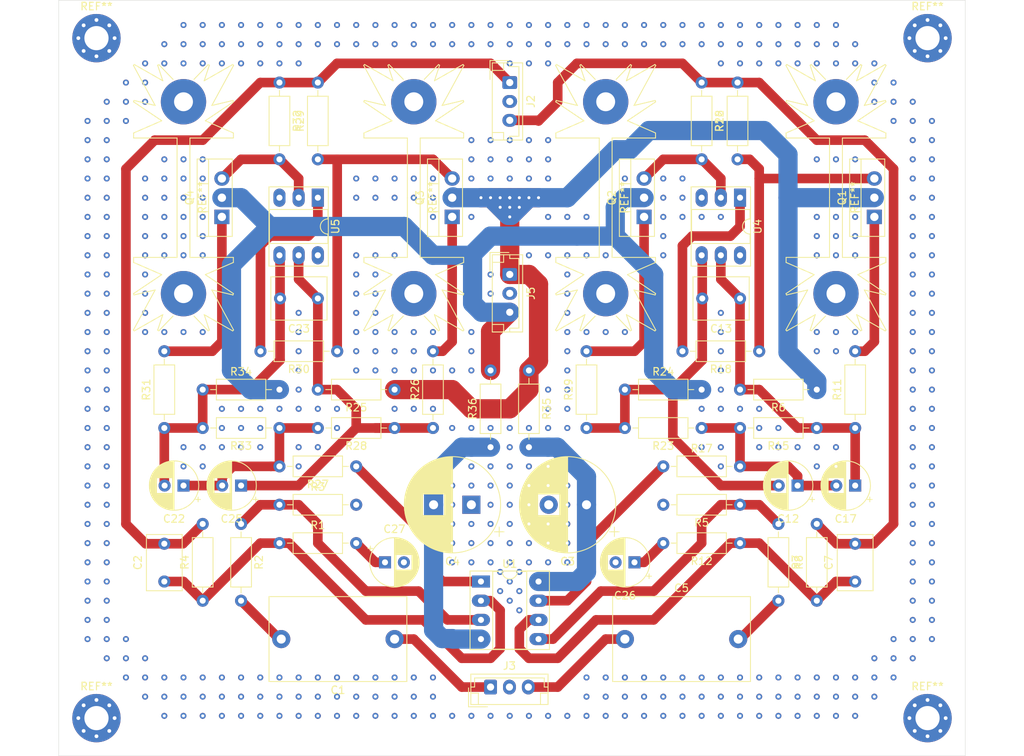
<source format=kicad_pcb>
(kicad_pcb (version 20171130) (host pcbnew 5.1.5+dfsg1-2build2)
  (layers (0 F.Cu signal) (31 B.Cu signal) (34 B.Paste user) (35 F.Paste user) (36 B.SilkS user) (37 F.SilkS user) (38 B.Mask user) (39 F.Mask user) (44 Edge.Cuts user))
  (net 0 "")
  (net 1 "Net-(C1-Pad2)")
  (net 2 "Net-(C1-Pad1)")
  (net 3 "Net-(C2-Pad1)")
  (net 4 GND)
  (net 5 "Net-(C3-Pad1)")
  (net 6 "Net-(C4-Pad2)")
  (net 7 "Net-(C5-Pad1)")
  (net 8 "Net-(C5-Pad2)")
  (net 9 "Net-(C7-Pad1)")
  (net 10 +15V)
  (net 11 "Net-(C12-Pad1)")
  (net 12 "Net-(C12-Pad2)")
  (net 13 "Net-(C13-Pad1)")
  (net 14 "Net-(C22-Pad1)")
  (net 15 "Net-(C22-Pad2)")
  (net 16 "Net-(C23-Pad1)")
  (net 17 -15V)
  (net 18 "Net-(Q1-Pad3)")
  (net 19 "Net-(Q1-Pad1)")
  (net 20 "Net-(Q2-Pad3)")
  (net 21 "Net-(Q2-Pad1)")
  (net 22 "Net-(Q3-Pad3)")
  (net 23 "Net-(Q3-Pad1)")
  (net 24 "Net-(Q4-Pad1)")
  (net 25 "Net-(Q4-Pad3)")
  (net 26 "Net-(R27-Pad1)")
  (net 27 "Net-(R17-Pad1)")
  (net 28 "Net-(R18-Pad2)")
  (net 29 "Net-(U4-Pad3)")
  (net 30 "Net-(U4-Pad6)")
  (net 31 "Net-(U5-Pad6)")
  (net 32 "Net-(U5-Pad3)")
  (net 33 "Net-(R30-Pad2)")
  (net 34 RIGHT_OUT)
  (net 35 LEFT_OUT)
  (net 36 "Net-(C26-Pad1)")
  (net 37 "Net-(C27-Pad1)")
  (net 38 "Net-(R2-Pad1)")
  (net 39 "Net-(R5-Pad1)")
  (net 40 "Net-(C11-Pad2)")
  (net 41 "Net-(C15-Pad1)")
  (net 42 "Net-(C19-Pad1)")
  (net 43 "Net-(C20-Pad1)")
  (net 44 "Net-(R39-Pad2)")
  (module MountingHole:MountingHole_3.2mm_M3_Pad_Via (layer F.Cu) (at 195 140)
    (fp_text reference REF** (at 0 -4.2) (layer F.SilkS))
    (fp_text value MountingHole_3.2mm_M3_Pad_Via)
    (pad 1 thru_hole circle (at 1.697056 -1.697056) (size 0.8 0.8) (drill 0.5) (layers *.Cu *.Mask))
    (pad 1 thru_hole circle (at 0 -2.4) (size 0.8 0.8) (drill 0.5) (layers *.Cu *.Mask))
    (pad 1 thru_hole circle (at -1.697056 -1.697056) (size 0.8 0.8) (drill 0.5) (layers *.Cu *.Mask))
    (pad 1 thru_hole circle (at -2.4 0) (size 0.8 0.8) (drill 0.5) (layers *.Cu *.Mask))
    (pad 1 thru_hole circle (at -1.697056 1.697056) (size 0.8 0.8) (drill 0.5) (layers *.Cu *.Mask))
    (pad 1 thru_hole circle (at 0 2.4) (size 0.8 0.8) (drill 0.5) (layers *.Cu *.Mask))
    (pad 1 thru_hole circle (at 1.697056 1.697056) (size 0.8 0.8) (drill 0.5) (layers *.Cu *.Mask))
    (pad 1 thru_hole circle (at 2.4 0) (size 0.8 0.8) (drill 0.5) (layers *.Cu *.Mask))
    (pad 1 thru_hole circle (at 0 0) (size 6.4 6.4) (drill 3.2) (layers *.Cu *.Mask))
  )
  (module MountingHole:MountingHole_3.2mm_M3_Pad_Via (layer F.Cu) (at 85 140)
    (fp_text reference REF** (at 0 -4.2) (layer F.SilkS))
    (fp_text value MountingHole_3.2mm_M3_Pad_Via)
    (pad 1 thru_hole circle (at 1.697056 -1.697056) (size 0.8 0.8) (drill 0.5) (layers *.Cu *.Mask))
    (pad 1 thru_hole circle (at 0 -2.4) (size 0.8 0.8) (drill 0.5) (layers *.Cu *.Mask))
    (pad 1 thru_hole circle (at -1.697056 -1.697056) (size 0.8 0.8) (drill 0.5) (layers *.Cu *.Mask))
    (pad 1 thru_hole circle (at -2.4 0) (size 0.8 0.8) (drill 0.5) (layers *.Cu *.Mask))
    (pad 1 thru_hole circle (at -1.697056 1.697056) (size 0.8 0.8) (drill 0.5) (layers *.Cu *.Mask))
    (pad 1 thru_hole circle (at 0 2.4) (size 0.8 0.8) (drill 0.5) (layers *.Cu *.Mask))
    (pad 1 thru_hole circle (at 1.697056 1.697056) (size 0.8 0.8) (drill 0.5) (layers *.Cu *.Mask))
    (pad 1 thru_hole circle (at 2.4 0) (size 0.8 0.8) (drill 0.5) (layers *.Cu *.Mask))
    (pad 1 thru_hole circle (at 0 0) (size 6.4 6.4) (drill 3.2) (layers *.Cu *.Mask))
  )
  (module MountingHole:MountingHole_3.2mm_M3_Pad_Via (layer F.Cu) (at 195 50)
    (fp_text reference REF** (at 0 -4.2) (layer F.SilkS))
    (fp_text value MountingHole_3.2mm_M3_Pad_Via)
    (pad 1 thru_hole circle (at 1.697056 -1.697056) (size 0.8 0.8) (drill 0.5) (layers *.Cu *.Mask))
    (pad 1 thru_hole circle (at 0 -2.4) (size 0.8 0.8) (drill 0.5) (layers *.Cu *.Mask))
    (pad 1 thru_hole circle (at -1.697056 -1.697056) (size 0.8 0.8) (drill 0.5) (layers *.Cu *.Mask))
    (pad 1 thru_hole circle (at -2.4 0) (size 0.8 0.8) (drill 0.5) (layers *.Cu *.Mask))
    (pad 1 thru_hole circle (at -1.697056 1.697056) (size 0.8 0.8) (drill 0.5) (layers *.Cu *.Mask))
    (pad 1 thru_hole circle (at 0 2.4) (size 0.8 0.8) (drill 0.5) (layers *.Cu *.Mask))
    (pad 1 thru_hole circle (at 1.697056 1.697056) (size 0.8 0.8) (drill 0.5) (layers *.Cu *.Mask))
    (pad 1 thru_hole circle (at 2.4 0) (size 0.8 0.8) (drill 0.5) (layers *.Cu *.Mask))
    (pad 1 thru_hole circle (at 0 0) (size 6.4 6.4) (drill 3.2) (layers *.Cu *.Mask))
  )
  (module MountingHole:MountingHole_3.2mm_M3_Pad_Via (layer F.Cu) (at 85 50)
    (fp_text reference REF** (at 0 -4.2) (layer F.SilkS))
    (fp_text value MountingHole_3.2mm_M3_Pad_Via)
    (pad 1 thru_hole circle (at 1.697056 -1.697056) (size 0.8 0.8) (drill 0.5) (layers *.Cu *.Mask))
    (pad 1 thru_hole circle (at 0 -2.4) (size 0.8 0.8) (drill 0.5) (layers *.Cu *.Mask))
    (pad 1 thru_hole circle (at -1.697056 -1.697056) (size 0.8 0.8) (drill 0.5) (layers *.Cu *.Mask))
    (pad 1 thru_hole circle (at -2.4 0) (size 0.8 0.8) (drill 0.5) (layers *.Cu *.Mask))
    (pad 1 thru_hole circle (at -1.697056 1.697056) (size 0.8 0.8) (drill 0.5) (layers *.Cu *.Mask))
    (pad 1 thru_hole circle (at 0 2.4) (size 0.8 0.8) (drill 0.5) (layers *.Cu *.Mask))
    (pad 1 thru_hole circle (at 1.697056 1.697056) (size 0.8 0.8) (drill 0.5) (layers *.Cu *.Mask))
    (pad 1 thru_hole circle (at 2.4 0) (size 0.8 0.8) (drill 0.5) (layers *.Cu *.Mask))
    (pad 1 thru_hole circle (at 0 0) (size 6.4 6.4) (drill 3.2) (layers *.Cu *.Mask))
  )
  (module Connector_JST:JST_EH_B3B-EH-A_1x03_P2.50mm_Vertical (layer F.Cu) (at 139.7 81.28 270)
    (fp_text reference J5 (at 2.5 -2.8 90) (layer F.SilkS))
    (fp_text value Conn_01x03)
    (pad 3 thru_hole oval (at 5 0 270) (size 1.7 1.95) (drill 0.95) (layers *.Cu *.Mask) (net 17 -15V))
    (pad 2 thru_hole oval (at 2.5 0 270) (size 1.7 1.95) (drill 0.95) (layers *.Cu *.Mask) (net 4 GND))
    (pad 1 thru_hole roundrect (at 0 0 270) (size 1.7 1.95) (drill 0.95) (layers *.Cu *.Mask) (roundrect_rratio 0.147059) (net 10 +15V))
  )
  (module Connector_JST:JST_EH_B3B-EH-A_1x03_P2.50mm_Vertical (layer F.Cu) (at 137.16 135.89)
    (fp_text reference J3 (at 2.5 -2.8) (layer F.SilkS))
    (fp_text value Conn_01x03)
    (pad 3 thru_hole oval (at 5 0) (size 1.7 1.95) (drill 0.95) (layers *.Cu *.Mask) (net 7 "Net-(C5-Pad1)"))
    (pad 2 thru_hole oval (at 2.5 0) (size 1.7 1.95) (drill 0.95) (layers *.Cu *.Mask) (net 4 GND))
    (pad 1 thru_hole roundrect (at 0 0) (size 1.7 1.95) (drill 0.95) (layers *.Cu *.Mask) (roundrect_rratio 0.147059) (net 2 "Net-(C1-Pad1)"))
  )
  (module Connector_JST:JST_EH_B3B-EH-A_1x03_P2.50mm_Vertical (layer F.Cu) (at 139.7 55.88 270)
    (fp_text reference J2 (at 2.5 -2.8 90) (layer F.SilkS))
    (fp_text value Conn_01x03)
    (pad 3 thru_hole oval (at 5 0 270) (size 1.7 1.95) (drill 0.95) (layers *.Cu *.Mask) (net 35 LEFT_OUT))
    (pad 2 thru_hole oval (at 2.5 0 270) (size 1.7 1.95) (drill 0.95) (layers *.Cu *.Mask) (net 4 GND))
    (pad 1 thru_hole roundrect (at 0 0 270) (size 1.7 1.95) (drill 0.95) (layers *.Cu *.Mask) (roundrect_rratio 0.147059) (net 34 RIGHT_OUT))
  )
  (module Package_DIP:DIP-8_W7.62mm_Socket_LongPads (layer F.Cu) (at 135.89 121.92)
    (fp_text reference U1 (at 3.81 -2.33) (layer F.SilkS))
    (fp_text value OPA2604)
    (pad 8 thru_hole oval (at 7.62 0) (size 2.4 1.6) (drill 0.8) (layers *.Cu *.Mask) (net 5 "Net-(C3-Pad1)"))
    (pad 4 thru_hole oval (at 0 7.62) (size 2.4 1.6) (drill 0.8) (layers *.Cu *.Mask) (net 6 "Net-(C4-Pad2)"))
    (pad 7 thru_hole oval (at 7.62 2.54) (size 2.4 1.6) (drill 0.8) (layers *.Cu *.Mask) (net 27 "Net-(R17-Pad1)"))
    (pad 3 thru_hole oval (at 0 5.08) (size 2.4 1.6) (drill 0.8) (layers *.Cu *.Mask) (net 38 "Net-(R2-Pad1)"))
    (pad 6 thru_hole oval (at 7.62 5.08) (size 2.4 1.6) (drill 0.8) (layers *.Cu *.Mask) (net 9 "Net-(C7-Pad1)"))
    (pad 2 thru_hole oval (at 0 2.54) (size 2.4 1.6) (drill 0.8) (layers *.Cu *.Mask) (net 3 "Net-(C2-Pad1)"))
    (pad 5 thru_hole oval (at 7.62 7.62) (size 2.4 1.6) (drill 0.8) (layers *.Cu *.Mask) (net 39 "Net-(R5-Pad1)"))
    (pad 1 thru_hole rect (at 0 0) (size 2.4 1.6) (drill 0.8) (layers *.Cu *.Mask) (net 26 "Net-(R27-Pad1)"))
  )
  (module Heatsink:Heatsink_Fischer_SK104-STC-STIC_35x13mm_2xDrill2.5mm (layer F.Cu) (at 182.88 71.12 270)
    (fp_text reference REF** (at -0.025 -2.5 90) (layer F.SilkS))
    (fp_text value Heatsink_Fischer_SK104-STC-STIC_35x13mm_2xDrill2.5mm)
    (pad 1 thru_hole circle (at -12.7 0 90) (size 6 6) (drill 2.5) (layers *.Cu *.Mask))
    (pad 1 thru_hole circle (at 12.7 0 270) (size 6 6) (drill 2.5) (layers *.Cu *.Mask))
  )
  (module Heatsink:Heatsink_Fischer_SK104-STC-STIC_35x13mm_2xDrill2.5mm (layer F.Cu) (at 152.4 71.12 270)
    (fp_text reference REF** (at -0.025 -2.5 90) (layer F.SilkS))
    (fp_text value Heatsink_Fischer_SK104-STC-STIC_35x13mm_2xDrill2.5mm)
    (pad 1 thru_hole circle (at 12.7 0 270) (size 6 6) (drill 2.5) (layers *.Cu *.Mask))
    (pad 1 thru_hole circle (at -12.7 0 90) (size 6 6) (drill 2.5) (layers *.Cu *.Mask))
  )
  (module Heatsink:Heatsink_Fischer_SK104-STC-STIC_35x13mm_2xDrill2.5mm (layer F.Cu) (at 127 71.12 270)
    (fp_text reference REF** (at -0.025 -2.5 90) (layer F.SilkS))
    (fp_text value Heatsink_Fischer_SK104-STC-STIC_35x13mm_2xDrill2.5mm)
    (pad 1 thru_hole circle (at 12.7 0 270) (size 6 6) (drill 2.5) (layers *.Cu *.Mask))
    (pad 1 thru_hole circle (at -12.7 0 90) (size 6 6) (drill 2.5) (layers *.Cu *.Mask))
  )
  (module Heatsink:Heatsink_Fischer_SK104-STC-STIC_35x13mm_2xDrill2.5mm (layer F.Cu) (at 96.52 71.12 270)
    (fp_text reference REF** (at -0.025 -2.5 90) (layer F.SilkS))
    (fp_text value Heatsink_Fischer_SK104-STC-STIC_35x13mm_2xDrill2.5mm)
    (pad 1 thru_hole circle (at -12.7 0 90) (size 6 6) (drill 2.5) (layers *.Cu *.Mask))
    (pad 1 thru_hole circle (at 12.7 0 270) (size 6 6) (drill 2.5) (layers *.Cu *.Mask))
  )
  (module Resistor_THT:R_Axial_DIN0207_L6.3mm_D2.5mm_P10.16mm_Horizontal (layer F.Cu) (at 99.06 96.52)
    (fp_text reference R34 (at 5.08 -2.37) (layer F.SilkS))
    (fp_text value 10K)
    (pad 2 thru_hole oval (at 10.16 0) (size 1.6 1.6) (drill 0.8) (layers *.Cu *.Mask) (net 17 -15V))
    (pad 1 thru_hole circle (at 0 0) (size 1.6 1.6) (drill 0.8) (layers *.Cu *.Mask) (net 15 "Net-(C22-Pad2)"))
  )
  (module Resistor_THT:R_Axial_DIN0207_L6.3mm_D2.5mm_P10.16mm_Horizontal (layer F.Cu) (at 109.22 101.6 180)
    (fp_text reference R33 (at 5.08 -2.37) (layer F.SilkS))
    (fp_text value 10K)
    (pad 2 thru_hole oval (at 10.16 0 180) (size 1.6 1.6) (drill 0.8) (layers *.Cu *.Mask) (net 15 "Net-(C22-Pad2)"))
    (pad 1 thru_hole circle (at 0 0 180) (size 1.6 1.6) (drill 0.8) (layers *.Cu *.Mask) (net 14 "Net-(C22-Pad1)"))
  )
  (module Resistor_THT:R_Axial_DIN0207_L6.3mm_D2.5mm_P10.16mm_Horizontal (layer F.Cu) (at 124.46 101.6 180)
    (fp_text reference R28 (at 5.08 -2.37) (layer F.SilkS))
    (fp_text value 10K)
    (pad 2 thru_hole oval (at 10.16 0 180) (size 1.6 1.6) (drill 0.8) (layers *.Cu *.Mask) (net 14 "Net-(C22-Pad1)"))
    (pad 1 thru_hole circle (at 0 0 180) (size 1.6 1.6) (drill 0.8) (layers *.Cu *.Mask) (net 16 "Net-(C23-Pad1)"))
  )
  (module Resistor_THT:R_Axial_DIN0207_L6.3mm_D2.5mm_P10.16mm_Horizontal (layer F.Cu) (at 124.46 96.52 180)
    (fp_text reference R25 (at 5.08 -2.37) (layer F.SilkS))
    (fp_text value 10K)
    (pad 2 thru_hole oval (at 10.16 0 180) (size 1.6 1.6) (drill 0.8) (layers *.Cu *.Mask) (net 16 "Net-(C23-Pad1)"))
    (pad 1 thru_hole circle (at 0 0 180) (size 1.6 1.6) (drill 0.8) (layers *.Cu *.Mask) (net 10 +15V))
  )
  (module Resistor_THT:R_Axial_DIN0207_L6.3mm_D2.5mm_P10.16mm_Horizontal (layer F.Cu) (at 154.94 96.52)
    (fp_text reference R24 (at 5.08 -2.37) (layer F.SilkS))
    (fp_text value 10K)
    (pad 1 thru_hole circle (at 0 0) (size 1.6 1.6) (drill 0.8) (layers *.Cu *.Mask) (net 12 "Net-(C12-Pad2)"))
    (pad 2 thru_hole oval (at 10.16 0) (size 1.6 1.6) (drill 0.8) (layers *.Cu *.Mask) (net 17 -15V))
  )
  (module Resistor_THT:R_Axial_DIN0207_L6.3mm_D2.5mm_P10.16mm_Horizontal (layer F.Cu) (at 165.1 101.6 180)
    (fp_text reference R23 (at 5.08 -2.37) (layer F.SilkS))
    (fp_text value 10K)
    (pad 2 thru_hole oval (at 10.16 0 180) (size 1.6 1.6) (drill 0.8) (layers *.Cu *.Mask) (net 12 "Net-(C12-Pad2)"))
    (pad 1 thru_hole circle (at 0 0 180) (size 1.6 1.6) (drill 0.8) (layers *.Cu *.Mask) (net 11 "Net-(C12-Pad1)"))
  )
  (module Resistor_THT:R_Axial_DIN0207_L6.3mm_D2.5mm_P10.16mm_Horizontal (layer F.Cu) (at 180.34 101.6 180)
    (fp_text reference R15 (at 5.08 -2.37) (layer F.SilkS))
    (fp_text value 10K)
    (pad 2 thru_hole oval (at 10.16 0 180) (size 1.6 1.6) (drill 0.8) (layers *.Cu *.Mask) (net 11 "Net-(C12-Pad1)"))
    (pad 1 thru_hole circle (at 0 0 180) (size 1.6 1.6) (drill 0.8) (layers *.Cu *.Mask) (net 13 "Net-(C13-Pad1)"))
  )
  (module Resistor_THT:R_Axial_DIN0207_L6.3mm_D2.5mm_P10.16mm_Horizontal (layer F.Cu) (at 180.34 96.52 180)
    (fp_text reference R6 (at 5.08 -2.37) (layer F.SilkS))
    (fp_text value 10K)
    (pad 2 thru_hole oval (at 10.16 0 180) (size 1.6 1.6) (drill 0.8) (layers *.Cu *.Mask) (net 13 "Net-(C13-Pad1)"))
    (pad 1 thru_hole circle (at 0 0 180) (size 1.6 1.6) (drill 0.8) (layers *.Cu *.Mask) (net 10 +15V))
  )
  (module Capacitor_THT:C_Rect_L18.0mm_W11.0mm_P15.00mm_FKS3_FKP3 (layer F.Cu) (at 124.46 129.54 180)
    (fp_text reference C1 (at 7.5 -6.75) (layer F.SilkS))
    (fp_text value "1uF PP")
    (pad 2 thru_hole circle (at 15 0 180) (size 2.4 2.4) (drill 1.2) (layers *.Cu *.Mask) (net 1 "Net-(C1-Pad2)"))
    (pad 1 thru_hole circle (at 0 0 180) (size 2.4 2.4) (drill 1.2) (layers *.Cu *.Mask) (net 2 "Net-(C1-Pad1)"))
  )
  (module Capacitor_THT:C_Rect_L7.2mm_W4.5mm_P5.00mm_FKS2_FKP2_MKS2_MKP2 (layer F.Cu) (at 93.98 121.92 90)
    (fp_text reference C2 (at 2.5 -3.5 90) (layer F.SilkS))
    (fp_text value 100pF)
    (pad 1 thru_hole circle (at 0 0 90) (size 1.6 1.6) (drill 0.8) (layers *.Cu *.Mask) (net 3 "Net-(C2-Pad1)"))
    (pad 2 thru_hole circle (at 5 0 90) (size 1.6 1.6) (drill 0.8) (layers *.Cu *.Mask) (net 34 RIGHT_OUT))
  )
  (module Capacitor_THT:CP_Radial_D12.5mm_P5.00mm (layer F.Cu) (at 149.86 111.76 180)
    (fp_text reference C3 (at 2.5 -7.5) (layer F.SilkS))
    (fp_text value 220uF/50V)
    (pad 2 thru_hole circle (at 5 0 180) (size 2.4 2.4) (drill 1.2) (layers *.Cu *.Mask) (net 4 GND))
    (pad 1 thru_hole rect (at 0 0 180) (size 2.4 2.4) (drill 1.2) (layers *.Cu *.Mask) (net 5 "Net-(C3-Pad1)"))
  )
  (module Capacitor_THT:CP_Radial_D12.5mm_P5.00mm (layer F.Cu) (at 134.62 111.76 180)
    (fp_text reference C4 (at 2.5 -7.5) (layer F.SilkS))
    (fp_text value 220uF/50V)
    (pad 1 thru_hole rect (at 0 0 180) (size 2.4 2.4) (drill 1.2) (layers *.Cu *.Mask) (net 4 GND))
    (pad 2 thru_hole circle (at 5 0 180) (size 2.4 2.4) (drill 1.2) (layers *.Cu *.Mask) (net 6 "Net-(C4-Pad2)"))
  )
  (module Capacitor_THT:C_Rect_L18.0mm_W11.0mm_P15.00mm_FKS3_FKP3 (layer F.Cu) (at 154.94 129.54)
    (fp_text reference C5 (at 7.5 -6.75) (layer F.SilkS))
    (fp_text value "1uF PP")
    (pad 1 thru_hole circle (at 0 0) (size 2.4 2.4) (drill 1.2) (layers *.Cu *.Mask) (net 7 "Net-(C5-Pad1)"))
    (pad 2 thru_hole circle (at 15 0) (size 2.4 2.4) (drill 1.2) (layers *.Cu *.Mask) (net 8 "Net-(C5-Pad2)"))
  )
  (module Capacitor_THT:C_Rect_L7.2mm_W4.5mm_P5.00mm_FKS2_FKP2_MKS2_MKP2 (layer F.Cu) (at 185.42 121.92 90)
    (fp_text reference C7 (at 2.5 -3.5 90) (layer F.SilkS))
    (fp_text value 100pF)
    (pad 2 thru_hole circle (at 5 0 90) (size 1.6 1.6) (drill 0.8) (layers *.Cu *.Mask) (net 35 LEFT_OUT))
    (pad 1 thru_hole circle (at 0 0 90) (size 1.6 1.6) (drill 0.8) (layers *.Cu *.Mask) (net 9 "Net-(C7-Pad1)"))
  )
  (module Capacitor_THT:CP_Radial_D6.3mm_P2.50mm (layer F.Cu) (at 177.8 109.22 180)
    (fp_text reference C12 (at 1.25 -4.4) (layer F.SilkS))
    (fp_text value 22uF/25V)
    (pad 1 thru_hole rect (at 0 0 180) (size 1.6 1.6) (drill 0.8) (layers *.Cu *.Mask) (net 11 "Net-(C12-Pad1)"))
    (pad 2 thru_hole circle (at 2.5 0 180) (size 1.6 1.6) (drill 0.8) (layers *.Cu *.Mask) (net 12 "Net-(C12-Pad2)"))
  )
  (module Capacitor_THT:C_Rect_L7.2mm_W5.5mm_P5.00mm_FKS2_FKP2_MKS2_MKP2 (layer F.Cu) (at 170.18 84.455 180)
    (fp_text reference C13 (at 2.5 -4) (layer F.SilkS))
    (fp_text value 0.1uF)
    (pad 1 thru_hole circle (at 0 0 180) (size 1.6 1.6) (drill 0.8) (layers *.Cu *.Mask) (net 13 "Net-(C13-Pad1)"))
    (pad 2 thru_hole circle (at 5 0 180) (size 1.6 1.6) (drill 0.8) (layers *.Cu *.Mask) (net 12 "Net-(C12-Pad2)"))
  )
  (module Capacitor_THT:CP_Radial_D6.3mm_P2.50mm (layer F.Cu) (at 185.42 109.22 180)
    (fp_text reference C17 (at 1.25 -4.4) (layer F.SilkS))
    (fp_text value 22uF/25V)
    (pad 2 thru_hole circle (at 2.5 0 180) (size 1.6 1.6) (drill 0.8) (layers *.Cu *.Mask) (net 11 "Net-(C12-Pad1)"))
    (pad 1 thru_hole rect (at 0 0 180) (size 1.6 1.6) (drill 0.8) (layers *.Cu *.Mask) (net 13 "Net-(C13-Pad1)"))
  )
  (module Capacitor_THT:CP_Radial_D6.3mm_P2.50mm (layer F.Cu) (at 96.52 109.22 180)
    (fp_text reference C22 (at 1.25 -4.4) (layer F.SilkS))
    (fp_text value 22uF/25V)
    (pad 1 thru_hole rect (at 0 0 180) (size 1.6 1.6) (drill 0.8) (layers *.Cu *.Mask) (net 14 "Net-(C22-Pad1)"))
    (pad 2 thru_hole circle (at 2.5 0 180) (size 1.6 1.6) (drill 0.8) (layers *.Cu *.Mask) (net 15 "Net-(C22-Pad2)"))
  )
  (module Capacitor_THT:C_Rect_L7.2mm_W5.5mm_P5.00mm_FKS2_FKP2_MKS2_MKP2 (layer F.Cu) (at 114.3 84.455 180)
    (fp_text reference C23 (at 2.5 -4) (layer F.SilkS))
    (fp_text value 0.1uF)
    (pad 2 thru_hole circle (at 5 0 180) (size 1.6 1.6) (drill 0.8) (layers *.Cu *.Mask) (net 15 "Net-(C22-Pad2)"))
    (pad 1 thru_hole circle (at 0 0 180) (size 1.6 1.6) (drill 0.8) (layers *.Cu *.Mask) (net 16 "Net-(C23-Pad1)"))
  )
  (module Capacitor_THT:CP_Radial_D6.3mm_P2.50mm (layer F.Cu) (at 104.14 109.22 180)
    (fp_text reference C25 (at 1.25 -4.4) (layer F.SilkS))
    (fp_text value 22uF/25V)
    (pad 2 thru_hole circle (at 2.5 0 180) (size 1.6 1.6) (drill 0.8) (layers *.Cu *.Mask) (net 14 "Net-(C22-Pad1)"))
    (pad 1 thru_hole rect (at 0 0 180) (size 1.6 1.6) (drill 0.8) (layers *.Cu *.Mask) (net 16 "Net-(C23-Pad1)"))
  )
  (module Package_TO_SOT_THT:TO-220-3_Vertical (layer F.Cu) (at 187.96 73.66 90)
    (fp_text reference Q1 (at 2.54 -4.27 90) (layer F.SilkS))
    (fp_text value 2SK2013)
    (pad 3 thru_hole oval (at 5.08 0 90) (size 1.905 2) (drill 1.1) (layers *.Cu *.Mask) (net 18 "Net-(Q1-Pad3)"))
    (pad 2 thru_hole oval (at 2.54 0 90) (size 1.905 2) (drill 1.1) (layers *.Cu *.Mask) (net 10 +15V))
    (pad 1 thru_hole rect (at 0 0 90) (size 1.905 2) (drill 1.1) (layers *.Cu *.Mask) (net 19 "Net-(Q1-Pad1)"))
  )
  (module Package_TO_SOT_THT:TO-220-3_Vertical (layer F.Cu) (at 157.48 73.66 90)
    (fp_text reference Q2 (at 2.54 -4.27 90) (layer F.SilkS))
    (fp_text value 2SJ313)
    (pad 3 thru_hole oval (at 5.08 0 90) (size 1.905 2) (drill 1.1) (layers *.Cu *.Mask) (net 20 "Net-(Q2-Pad3)"))
    (pad 2 thru_hole oval (at 2.54 0 90) (size 1.905 2) (drill 1.1) (layers *.Cu *.Mask) (net 17 -15V))
    (pad 1 thru_hole rect (at 0 0 90) (size 1.905 2) (drill 1.1) (layers *.Cu *.Mask) (net 21 "Net-(Q2-Pad1)"))
  )
  (module Package_TO_SOT_THT:TO-220-3_Vertical (layer F.Cu) (at 132.08 73.66 90)
    (fp_text reference Q3 (at 2.54 -4.27 90) (layer F.SilkS))
    (fp_text value 2SK2013)
    (pad 3 thru_hole oval (at 5.08 0 90) (size 1.905 2) (drill 1.1) (layers *.Cu *.Mask) (net 22 "Net-(Q3-Pad3)"))
    (pad 2 thru_hole oval (at 2.54 0 90) (size 1.905 2) (drill 1.1) (layers *.Cu *.Mask) (net 10 +15V))
    (pad 1 thru_hole rect (at 0 0 90) (size 1.905 2) (drill 1.1) (layers *.Cu *.Mask) (net 23 "Net-(Q3-Pad1)"))
  )
  (module Package_TO_SOT_THT:TO-220-3_Vertical (layer F.Cu) (at 101.6 73.66 90)
    (fp_text reference Q4 (at 2.54 -4.27 90) (layer F.SilkS))
    (fp_text value 2SJ313)
    (pad 1 thru_hole rect (at 0 0 90) (size 1.905 2) (drill 1.1) (layers *.Cu *.Mask) (net 24 "Net-(Q4-Pad1)"))
    (pad 2 thru_hole oval (at 2.54 0 90) (size 1.905 2) (drill 1.1) (layers *.Cu *.Mask) (net 17 -15V))
    (pad 3 thru_hole oval (at 5.08 0 90) (size 1.905 2) (drill 1.1) (layers *.Cu *.Mask) (net 25 "Net-(Q4-Pad3)"))
  )
  (module Resistor_THT:R_Axial_DIN0207_L6.3mm_D2.5mm_P10.16mm_Horizontal (layer F.Cu) (at 109.22 111.76)
    (fp_text reference R3 (at 5.08 -2.37) (layer F.SilkS))
    (fp_text value 100K)
    (pad 2 thru_hole oval (at 10.16 0) (size 1.6 1.6) (drill 0.8) (layers *.Cu *.Mask) (net 4 GND))
    (pad 1 thru_hole circle (at 0 0) (size 1.6 1.6) (drill 0.8) (layers *.Cu *.Mask) (net 38 "Net-(R2-Pad1)"))
  )
  (module Resistor_THT:R_Axial_DIN0207_L6.3mm_D2.5mm_P10.16mm_Horizontal (layer F.Cu) (at 170.18 111.76 180)
    (fp_text reference R5 (at 5.08 -2.37) (layer F.SilkS))
    (fp_text value 100K)
    (pad 1 thru_hole circle (at 0 0 180) (size 1.6 1.6) (drill 0.8) (layers *.Cu *.Mask) (net 39 "Net-(R5-Pad1)"))
    (pad 2 thru_hole oval (at 10.16 0 180) (size 1.6 1.6) (drill 0.8) (layers *.Cu *.Mask) (net 4 GND))
  )
  (module Package_DIP:DIP-6_W7.62mm_Socket_LongPads (layer F.Cu) (at 170.18 71.12 270)
    (fp_text reference U4 (at 3.81 -2.33 90) (layer F.SilkS))
    (fp_text value 4N35)
    (pad 1 thru_hole rect (at 0 0 270) (size 2.4 1.6) (drill 0.8) (layers *.Cu *.Mask) (net 28 "Net-(R18-Pad2)"))
    (pad 4 thru_hole oval (at 7.62 5.08 270) (size 2.4 1.6) (drill 0.8) (layers *.Cu *.Mask) (net 12 "Net-(C12-Pad2)"))
    (pad 2 thru_hole oval (at 0 2.54 270) (size 2.4 1.6) (drill 0.8) (layers *.Cu *.Mask) (net 20 "Net-(Q2-Pad3)"))
    (pad 5 thru_hole oval (at 7.62 2.54 270) (size 2.4 1.6) (drill 0.8) (layers *.Cu *.Mask) (net 13 "Net-(C13-Pad1)"))
    (pad 3 thru_hole oval (at 0 5.08 270) (size 2.4 1.6) (drill 0.8) (layers *.Cu *.Mask) (net 29 "Net-(U4-Pad3)"))
    (pad 6 thru_hole oval (at 7.62 0 270) (size 2.4 1.6) (drill 0.8) (layers *.Cu *.Mask) (net 30 "Net-(U4-Pad6)"))
  )
  (module Package_DIP:DIP-6_W7.62mm_Socket_LongPads (layer F.Cu) (at 114.3 71.12 270)
    (fp_text reference U5 (at 3.81 -2.33 90) (layer F.SilkS))
    (fp_text value 4N35)
    (pad 6 thru_hole oval (at 7.62 0 270) (size 2.4 1.6) (drill 0.8) (layers *.Cu *.Mask) (net 31 "Net-(U5-Pad6)"))
    (pad 3 thru_hole oval (at 0 5.08 270) (size 2.4 1.6) (drill 0.8) (layers *.Cu *.Mask) (net 32 "Net-(U5-Pad3)"))
    (pad 5 thru_hole oval (at 7.62 2.54 270) (size 2.4 1.6) (drill 0.8) (layers *.Cu *.Mask) (net 16 "Net-(C23-Pad1)"))
    (pad 2 thru_hole oval (at 0 2.54 270) (size 2.4 1.6) (drill 0.8) (layers *.Cu *.Mask) (net 25 "Net-(Q4-Pad3)"))
    (pad 4 thru_hole oval (at 7.62 5.08 270) (size 2.4 1.6) (drill 0.8) (layers *.Cu *.Mask) (net 15 "Net-(C22-Pad2)"))
    (pad 1 thru_hole rect (at 0 0 270) (size 2.4 1.6) (drill 0.8) (layers *.Cu *.Mask) (net 33 "Net-(R30-Pad2)"))
  )
  (module Resistor_THT:R_Axial_DIN0207_L6.3mm_D2.5mm_P10.16mm_Horizontal (layer F.Cu) (at 109.22 116.84)
    (fp_text reference R1 (at 5.08 -2.37) (layer F.SilkS))
    (fp_text value 1K)
    (pad 1 thru_hole circle (at 0 0) (size 1.6 1.6) (drill 0.8) (layers *.Cu *.Mask) (net 3 "Net-(C2-Pad1)"))
    (pad 2 thru_hole oval (at 10.16 0) (size 1.6 1.6) (drill 0.8) (layers *.Cu *.Mask) (net 37 "Net-(C27-Pad1)"))
  )
  (module Resistor_THT:R_Axial_DIN0207_L6.3mm_D2.5mm_P10.16mm_Horizontal (layer F.Cu) (at 104.14 114.3 270)
    (fp_text reference R2 (at 5.08 -2.37 90) (layer F.SilkS))
    (fp_text value 1K)
    (pad 1 thru_hole circle (at 0 0 270) (size 1.6 1.6) (drill 0.8) (layers *.Cu *.Mask) (net 38 "Net-(R2-Pad1)"))
    (pad 2 thru_hole oval (at 10.16 0 270) (size 1.6 1.6) (drill 0.8) (layers *.Cu *.Mask) (net 1 "Net-(C1-Pad2)"))
  )
  (module Resistor_THT:R_Axial_DIN0207_L6.3mm_D2.5mm_P10.16mm_Horizontal (layer F.Cu) (at 99.06 124.46 90)
    (fp_text reference R4 (at 5.08 -2.37 90) (layer F.SilkS))
    (fp_text value 4K75)
    (pad 1 thru_hole circle (at 0 0 90) (size 1.6 1.6) (drill 0.8) (layers *.Cu *.Mask) (net 3 "Net-(C2-Pad1)"))
    (pad 2 thru_hole oval (at 10.16 0 90) (size 1.6 1.6) (drill 0.8) (layers *.Cu *.Mask) (net 34 RIGHT_OUT))
  )
  (module Resistor_THT:R_Axial_DIN0207_L6.3mm_D2.5mm_P10.16mm_Horizontal (layer F.Cu) (at 175.26 114.3 270)
    (fp_text reference R7 (at 5.08 -2.37 90) (layer F.SilkS))
    (fp_text value 1K)
    (pad 1 thru_hole circle (at 0 0 270) (size 1.6 1.6) (drill 0.8) (layers *.Cu *.Mask) (net 39 "Net-(R5-Pad1)"))
    (pad 2 thru_hole oval (at 10.16 0 270) (size 1.6 1.6) (drill 0.8) (layers *.Cu *.Mask) (net 8 "Net-(C5-Pad2)"))
  )
  (module Resistor_THT:R_Axial_DIN0207_L6.3mm_D2.5mm_P10.16mm_Horizontal (layer F.Cu) (at 180.34 124.46 90)
    (fp_text reference R8 (at 5.08 -2.37 90) (layer F.SilkS))
    (fp_text value 4K75)
    (pad 2 thru_hole oval (at 10.16 0 90) (size 1.6 1.6) (drill 0.8) (layers *.Cu *.Mask) (net 35 LEFT_OUT))
    (pad 1 thru_hole circle (at 0 0 90) (size 1.6 1.6) (drill 0.8) (layers *.Cu *.Mask) (net 9 "Net-(C7-Pad1)"))
  )
  (module Resistor_THT:R_Axial_DIN0207_L6.3mm_D2.5mm_P10.16mm_Horizontal (layer F.Cu) (at 185.42 101.6 90)
    (fp_text reference R11 (at 5.08 -2.37 90) (layer F.SilkS))
    (fp_text value 499)
    (pad 2 thru_hole oval (at 10.16 0 90) (size 1.6 1.6) (drill 0.8) (layers *.Cu *.Mask) (net 19 "Net-(Q1-Pad1)"))
    (pad 1 thru_hole circle (at 0 0 90) (size 1.6 1.6) (drill 0.8) (layers *.Cu *.Mask) (net 13 "Net-(C13-Pad1)"))
  )
  (module Resistor_THT:R_Axial_DIN0207_L6.3mm_D2.5mm_P10.16mm_Horizontal (layer F.Cu) (at 170.18 116.84 180)
    (fp_text reference R12 (at 5.08 -2.37) (layer F.SilkS))
    (fp_text value 1K)
    (pad 2 thru_hole oval (at 10.16 0 180) (size 1.6 1.6) (drill 0.8) (layers *.Cu *.Mask) (net 36 "Net-(C26-Pad1)"))
    (pad 1 thru_hole circle (at 0 0 180) (size 1.6 1.6) (drill 0.8) (layers *.Cu *.Mask) (net 9 "Net-(C7-Pad1)"))
  )
  (module Resistor_THT:R_Axial_DIN0207_L6.3mm_D2.5mm_P10.16mm_Horizontal (layer F.Cu) (at 169.8498 66.04 90)
    (fp_text reference R16 (at 5.08 -2.37 90) (layer F.SilkS))
    (fp_text value 10)
    (pad 2 thru_hole oval (at 10.16 0 90) (size 1.6 1.6) (drill 0.8) (layers *.Cu *.Mask) (net 35 LEFT_OUT))
    (pad 1 thru_hole circle (at 0 0 90) (size 1.6 1.6) (drill 0.8) (layers *.Cu *.Mask) (net 18 "Net-(Q1-Pad3)"))
  )
  (module Resistor_THT:R_Axial_DIN0207_L6.3mm_D2.5mm_P10.16mm_Horizontal (layer F.Cu) (at 160.02 106.68)
    (fp_text reference R17 (at 5.08 -2.37) (layer F.SilkS))
    (fp_text value 47)
    (pad 1 thru_hole circle (at 0 0) (size 1.6 1.6) (drill 0.8) (layers *.Cu *.Mask) (net 27 "Net-(R17-Pad1)"))
    (pad 2 thru_hole oval (at 10.16 0) (size 1.6 1.6) (drill 0.8) (layers *.Cu *.Mask) (net 11 "Net-(C12-Pad1)"))
  )
  (module Resistor_THT:R_Axial_DIN0207_L6.3mm_D2.5mm_P10.16mm_Horizontal (layer F.Cu) (at 172.72 91.44 180)
    (fp_text reference R18 (at 5.08 -2.37) (layer F.SilkS))
    (fp_text value 100)
    (pad 2 thru_hole oval (at 10.16 0 180) (size 1.6 1.6) (drill 0.8) (layers *.Cu *.Mask) (net 28 "Net-(R18-Pad2)"))
    (pad 1 thru_hole circle (at 0 0 180) (size 1.6 1.6) (drill 0.8) (layers *.Cu *.Mask) (net 18 "Net-(Q1-Pad3)"))
  )
  (module Resistor_THT:R_Axial_DIN0207_L6.3mm_D2.5mm_P10.16mm_Horizontal (layer F.Cu) (at 149.86 101.6 90)
    (fp_text reference R19 (at 5.08 -2.37 90) (layer F.SilkS))
    (fp_text value 499)
    (pad 1 thru_hole circle (at 0 0 90) (size 1.6 1.6) (drill 0.8) (layers *.Cu *.Mask) (net 12 "Net-(C12-Pad2)"))
    (pad 2 thru_hole oval (at 10.16 0 90) (size 1.6 1.6) (drill 0.8) (layers *.Cu *.Mask) (net 21 "Net-(Q2-Pad1)"))
  )
  (module Resistor_THT:R_Axial_DIN0207_L6.3mm_D2.5mm_P10.16mm_Horizontal (layer F.Cu) (at 165.1 55.88 270)
    (fp_text reference R22 (at 5.08 -2.37 90) (layer F.SilkS))
    (fp_text value 10)
    (pad 1 thru_hole circle (at 0 0 270) (size 1.6 1.6) (drill 0.8) (layers *.Cu *.Mask) (net 35 LEFT_OUT))
    (pad 2 thru_hole oval (at 10.16 0 270) (size 1.6 1.6) (drill 0.8) (layers *.Cu *.Mask) (net 20 "Net-(Q2-Pad3)"))
  )
  (module Resistor_THT:R_Axial_DIN0207_L6.3mm_D2.5mm_P10.16mm_Horizontal (layer F.Cu) (at 129.54 101.6 90)
    (fp_text reference R26 (at 5.08 -2.37 90) (layer F.SilkS))
    (fp_text value 499)
    (pad 2 thru_hole oval (at 10.16 0 90) (size 1.6 1.6) (drill 0.8) (layers *.Cu *.Mask) (net 23 "Net-(Q3-Pad1)"))
    (pad 1 thru_hole circle (at 0 0 90) (size 1.6 1.6) (drill 0.8) (layers *.Cu *.Mask) (net 16 "Net-(C23-Pad1)"))
  )
  (module Resistor_THT:R_Axial_DIN0207_L6.3mm_D2.5mm_P10.16mm_Horizontal (layer F.Cu) (at 119.38 106.68 180)
    (fp_text reference R27 (at 5.08 -2.37) (layer F.SilkS))
    (fp_text value 47)
    (pad 2 thru_hole oval (at 10.16 0 180) (size 1.6 1.6) (drill 0.8) (layers *.Cu *.Mask) (net 14 "Net-(C22-Pad1)"))
    (pad 1 thru_hole circle (at 0 0 180) (size 1.6 1.6) (drill 0.8) (layers *.Cu *.Mask) (net 26 "Net-(R27-Pad1)"))
  )
  (module Resistor_THT:R_Axial_DIN0207_L6.3mm_D2.5mm_P10.16mm_Horizontal (layer F.Cu) (at 114.3 66.04 90)
    (fp_text reference R29 (at 5.08 -2.37 90) (layer F.SilkS))
    (fp_text value 10)
    (pad 2 thru_hole oval (at 10.16 0 90) (size 1.6 1.6) (drill 0.8) (layers *.Cu *.Mask) (net 34 RIGHT_OUT))
    (pad 1 thru_hole circle (at 0 0 90) (size 1.6 1.6) (drill 0.8) (layers *.Cu *.Mask) (net 22 "Net-(Q3-Pad3)"))
  )
  (module Resistor_THT:R_Axial_DIN0207_L6.3mm_D2.5mm_P10.16mm_Horizontal (layer F.Cu) (at 116.8654 91.44 180)
    (fp_text reference R30 (at 5.08 -2.37) (layer F.SilkS))
    (fp_text value 100)
    (pad 2 thru_hole oval (at 10.16 0 180) (size 1.6 1.6) (drill 0.8) (layers *.Cu *.Mask) (net 33 "Net-(R30-Pad2)"))
    (pad 1 thru_hole circle (at 0 0 180) (size 1.6 1.6) (drill 0.8) (layers *.Cu *.Mask) (net 22 "Net-(Q3-Pad3)"))
  )
  (module Resistor_THT:R_Axial_DIN0207_L6.3mm_D2.5mm_P10.16mm_Horizontal (layer F.Cu) (at 93.98 101.6 90)
    (fp_text reference R31 (at 5.08 -2.37 90) (layer F.SilkS))
    (fp_text value 499)
    (pad 1 thru_hole circle (at 0 0 90) (size 1.6 1.6) (drill 0.8) (layers *.Cu *.Mask) (net 15 "Net-(C22-Pad2)"))
    (pad 2 thru_hole oval (at 10.16 0 90) (size 1.6 1.6) (drill 0.8) (layers *.Cu *.Mask) (net 24 "Net-(Q4-Pad1)"))
  )
  (module Resistor_THT:R_Axial_DIN0207_L6.3mm_D2.5mm_P10.16mm_Horizontal (layer F.Cu) (at 109.22 55.88 270)
    (fp_text reference R32 (at 5.08 -2.37 90) (layer F.SilkS))
    (fp_text value 10)
    (pad 1 thru_hole circle (at 0 0 270) (size 1.6 1.6) (drill 0.8) (layers *.Cu *.Mask) (net 34 RIGHT_OUT))
    (pad 2 thru_hole oval (at 10.16 0 270) (size 1.6 1.6) (drill 0.8) (layers *.Cu *.Mask) (net 25 "Net-(Q4-Pad3)"))
  )
  (module Resistor_THT:R_Axial_DIN0207_L6.3mm_D2.5mm_P10.16mm_Horizontal (layer F.Cu) (at 142.24 93.98 270)
    (fp_text reference R35 (at 5.08 -2.37 90) (layer F.SilkS))
    (fp_text value 47R)
    (pad 1 thru_hole circle (at 0 0 270) (size 1.6 1.6) (drill 0.8) (layers *.Cu *.Mask) (net 10 +15V))
    (pad 2 thru_hole oval (at 10.16 0 270) (size 1.6 1.6) (drill 0.8) (layers *.Cu *.Mask) (net 5 "Net-(C3-Pad1)"))
  )
  (module Resistor_THT:R_Axial_DIN0207_L6.3mm_D2.5mm_P10.16mm_Horizontal (layer F.Cu) (at 137.16 104.14 90)
    (fp_text reference R36 (at 5.08 -2.37 90) (layer F.SilkS))
    (fp_text value 47R)
    (pad 2 thru_hole oval (at 10.16 0 90) (size 1.6 1.6) (drill 0.8) (layers *.Cu *.Mask) (net 17 -15V))
    (pad 1 thru_hole circle (at 0 0 90) (size 1.6 1.6) (drill 0.8) (layers *.Cu *.Mask) (net 6 "Net-(C4-Pad2)"))
  )
  (module Capacitor_THT:CP_Radial_D6.3mm_P2.50mm (layer F.Cu) (at 156.21 119.38 180)
    (fp_text reference C26 (at 1.25 -4.4) (layer F.SilkS))
    (fp_text value 22uF/25V)
    (pad 1 thru_hole rect (at 0 0 180) (size 1.6 1.6) (drill 0.8) (layers *.Cu *.Mask) (net 36 "Net-(C26-Pad1)"))
    (pad 2 thru_hole circle (at 2.5 0 180) (size 1.6 1.6) (drill 0.8) (layers *.Cu *.Mask) (net 4 GND))
  )
  (module Capacitor_THT:CP_Radial_D6.3mm_P2.50mm (layer F.Cu) (at 123.19 119.38)
    (fp_text reference C27 (at 1.25 -4.4) (layer F.SilkS))
    (fp_text value 22uF/25V)
    (pad 2 thru_hole circle (at 2.5 0) (size 1.6 1.6) (drill 0.8) (layers *.Cu *.Mask) (net 4 GND))
    (pad 1 thru_hole rect (at 0 0) (size 1.6 1.6) (drill 0.8) (layers *.Cu *.Mask) (net 37 "Net-(C27-Pad1)"))
  )
  (gr_line (start 80 145) (end 80 45) (layer Edge.Cuts) (width 0.05))
  (gr_line (start 200 145) (end 80 145) (layer Edge.Cuts) (width 0.05))
  (gr_line (start 200 45) (end 200 145) (layer Edge.Cuts) (width 0.05))
  (gr_line (start 80 45) (end 200 45) (layer Edge.Cuts) (width 0.05))
  (segment (start 109.22 129.54) (end 104.14 124.46) (width 1.27) (layer F.Cu) (net 1))
  (segment (start 109.46 129.54) (end 109.22 129.54) (width 1.27) (layer F.Cu) (net 1))
  (segment (start 127 129.54) (end 124.46 129.54) (width 1.27) (layer F.Cu) (net 2))
  (segment (start 127 129.54) (end 133.35 135.89) (width 1.27) (layer F.Cu) (net 2))
  (segment (start 133.35 135.89) (end 137.16 135.89) (width 1.27) (layer F.Cu) (net 2))
  (segment (start 96.52 121.92) (end 99.06 124.46) (width 1.27) (layer F.Cu) (net 3))
  (segment (start 93.98 121.92) (end 96.52 121.92) (width 1.27) (layer F.Cu) (net 3))
  (segment (start 99.06 124.46) (end 106.68 116.84) (width 1.27) (layer F.Cu) (net 3))
  (segment (start 106.68 116.84) (end 109.22 116.84) (width 1.27) (layer F.Cu) (net 3))
  (segment (start 110.49 116.84) (end 109.22 116.84) (width 1.27) (layer F.Cu) (net 3))
  (segment (start 133.35 132.08) (end 128.27 127) (width 1.27) (layer F.Cu) (net 3))
  (segment (start 137.16 132.08) (end 133.35 132.08) (width 1.27) (layer F.Cu) (net 3))
  (segment (start 138.43 130.81) (end 137.16 132.08) (width 1.27) (layer F.Cu) (net 3))
  (segment (start 128.27 127) (end 120.65 127) (width 1.27) (layer F.Cu) (net 3))
  (segment (start 138.43 125.73) (end 138.43 130.81) (width 1.27) (layer F.Cu) (net 3))
  (segment (start 137.16 124.46) (end 138.43 125.73) (width 1.27) (layer F.Cu) (net 3))
  (segment (start 120.65 127) (end 110.49 116.84) (width 1.27) (layer F.Cu) (net 3))
  (segment (start 135.89 124.46) (end 137.16 124.46) (width 1.27) (layer F.Cu) (net 3))
  (via (at 134.62 139.7) (size 0.8) (drill 0.4) (layers F.Cu B.Cu) (net 4))
  (via (at 137.16 139.7) (size 0.8) (drill 0.4) (layers F.Cu B.Cu) (net 4))
  (via (at 83.82 129.54) (size 0.8) (drill 0.4) (layers F.Cu B.Cu) (net 4))
  (via (at 86.36 132.08) (size 0.8) (drill 0.4) (layers F.Cu B.Cu) (net 4))
  (via (at 88.9 134.62) (size 0.8) (drill 0.4) (layers F.Cu B.Cu) (net 4))
  (via (at 91.44 137.16) (size 0.8) (drill 0.4) (layers F.Cu B.Cu) (net 4))
  (via (at 93.98 139.7) (size 0.8) (drill 0.4) (layers F.Cu B.Cu) (net 4))
  (via (at 86.36 129.54) (size 0.8) (drill 0.4) (layers F.Cu B.Cu) (net 4))
  (via (at 88.9 132.08) (size 0.8) (drill 0.4) (layers F.Cu B.Cu) (net 4))
  (via (at 91.44 134.62) (size 0.8) (drill 0.4) (layers F.Cu B.Cu) (net 4))
  (via (at 93.98 137.16) (size 0.8) (drill 0.4) (layers F.Cu B.Cu) (net 4))
  (via (at 96.52 139.7) (size 0.8) (drill 0.4) (layers F.Cu B.Cu) (net 4))
  (via (at 99.06 139.7) (size 0.8) (drill 0.4) (layers F.Cu B.Cu) (net 4))
  (via (at 101.6 139.7) (size 0.8) (drill 0.4) (layers F.Cu B.Cu) (net 4))
  (via (at 104.14 139.7) (size 0.8) (drill 0.4) (layers F.Cu B.Cu) (net 4))
  (via (at 106.68 139.7) (size 0.8) (drill 0.4) (layers F.Cu B.Cu) (net 4))
  (via (at 109.22 139.7) (size 0.8) (drill 0.4) (layers F.Cu B.Cu) (net 4))
  (via (at 111.76 139.7) (size 0.8) (drill 0.4) (layers F.Cu B.Cu) (net 4))
  (via (at 114.3 139.7) (size 0.8) (drill 0.4) (layers F.Cu B.Cu) (net 4))
  (via (at 116.84 139.7) (size 0.8) (drill 0.4) (layers F.Cu B.Cu) (net 4))
  (via (at 119.38 139.7) (size 0.8) (drill 0.4) (layers F.Cu B.Cu) (net 4))
  (via (at 121.92 139.7) (size 0.8) (drill 0.4) (layers F.Cu B.Cu) (net 4))
  (via (at 124.46 139.7) (size 0.8) (drill 0.4) (layers F.Cu B.Cu) (net 4))
  (via (at 127 139.7) (size 0.8) (drill 0.4) (layers F.Cu B.Cu) (net 4))
  (via (at 129.54 139.7) (size 0.8) (drill 0.4) (layers F.Cu B.Cu) (net 4))
  (via (at 132.08 139.7) (size 0.8) (drill 0.4) (layers F.Cu B.Cu) (net 4))
  (via (at 139.7 139.7) (size 0.8) (drill 0.4) (layers F.Cu B.Cu) (net 4))
  (via (at 142.24 139.7) (size 0.8) (drill 0.4) (layers F.Cu B.Cu) (net 4))
  (via (at 144.78 139.7) (size 0.8) (drill 0.4) (layers F.Cu B.Cu) (net 4))
  (via (at 147.32 139.7) (size 0.8) (drill 0.4) (layers F.Cu B.Cu) (net 4))
  (via (at 149.86 139.7) (size 0.8) (drill 0.4) (layers F.Cu B.Cu) (net 4))
  (via (at 152.4 139.7) (size 0.8) (drill 0.4) (layers F.Cu B.Cu) (net 4))
  (via (at 154.94 139.7) (size 0.8) (drill 0.4) (layers F.Cu B.Cu) (net 4))
  (via (at 157.48 139.7) (size 0.8) (drill 0.4) (layers F.Cu B.Cu) (net 4))
  (via (at 160.02 139.7) (size 0.8) (drill 0.4) (layers F.Cu B.Cu) (net 4))
  (via (at 162.56 139.7) (size 0.8) (drill 0.4) (layers F.Cu B.Cu) (net 4))
  (via (at 165.1 139.7) (size 0.8) (drill 0.4) (layers F.Cu B.Cu) (net 4))
  (via (at 167.64 139.7) (size 0.8) (drill 0.4) (layers F.Cu B.Cu) (net 4))
  (via (at 170.18 139.7) (size 0.8) (drill 0.4) (layers F.Cu B.Cu) (net 4))
  (via (at 172.72 139.7) (size 0.8) (drill 0.4) (layers F.Cu B.Cu) (net 4))
  (via (at 175.26 139.7) (size 0.8) (drill 0.4) (layers F.Cu B.Cu) (net 4))
  (via (at 177.8 139.7) (size 0.8) (drill 0.4) (layers F.Cu B.Cu) (net 4))
  (via (at 180.34 139.7) (size 0.8) (drill 0.4) (layers F.Cu B.Cu) (net 4))
  (via (at 182.88 139.7) (size 0.8) (drill 0.4) (layers F.Cu B.Cu) (net 4))
  (via (at 185.42 139.7) (size 0.8) (drill 0.4) (layers F.Cu B.Cu) (net 4))
  (via (at 187.96 137.16) (size 0.8) (drill 0.4) (layers F.Cu B.Cu) (net 4))
  (via (at 190.5 134.62) (size 0.8) (drill 0.4) (layers F.Cu B.Cu) (net 4))
  (via (at 193.04 132.08) (size 0.8) (drill 0.4) (layers F.Cu B.Cu) (net 4))
  (via (at 195.58 129.54) (size 0.8) (drill 0.4) (layers F.Cu B.Cu) (net 4))
  (via (at 193.04 129.54) (size 0.8) (drill 0.4) (layers F.Cu B.Cu) (net 4))
  (via (at 190.5 132.08) (size 0.8) (drill 0.4) (layers F.Cu B.Cu) (net 4))
  (via (at 187.96 134.62) (size 0.8) (drill 0.4) (layers F.Cu B.Cu) (net 4))
  (via (at 185.42 137.16) (size 0.8) (drill 0.4) (layers F.Cu B.Cu) (net 4))
  (via (at 195.58 127) (size 0.8) (drill 0.4) (layers F.Cu B.Cu) (net 4))
  (via (at 195.58 124.46) (size 0.8) (drill 0.4) (layers F.Cu B.Cu) (net 4))
  (via (at 195.58 121.92) (size 0.8) (drill 0.4) (layers F.Cu B.Cu) (net 4))
  (via (at 195.58 119.38) (size 0.8) (drill 0.4) (layers F.Cu B.Cu) (net 4))
  (via (at 195.58 116.84) (size 0.8) (drill 0.4) (layers F.Cu B.Cu) (net 4))
  (via (at 195.58 114.3) (size 0.8) (drill 0.4) (layers F.Cu B.Cu) (net 4))
  (via (at 195.58 111.76) (size 0.8) (drill 0.4) (layers F.Cu B.Cu) (net 4))
  (via (at 195.58 109.22) (size 0.8) (drill 0.4) (layers F.Cu B.Cu) (net 4))
  (via (at 195.58 106.68) (size 0.8) (drill 0.4) (layers F.Cu B.Cu) (net 4))
  (via (at 195.58 104.14) (size 0.8) (drill 0.4) (layers F.Cu B.Cu) (net 4))
  (via (at 195.58 101.6) (size 0.8) (drill 0.4) (layers F.Cu B.Cu) (net 4))
  (via (at 195.58 99.06) (size 0.8) (drill 0.4) (layers F.Cu B.Cu) (net 4))
  (via (at 195.58 96.52) (size 0.8) (drill 0.4) (layers F.Cu B.Cu) (net 4))
  (via (at 195.58 93.98) (size 0.8) (drill 0.4) (layers F.Cu B.Cu) (net 4))
  (via (at 195.58 91.44) (size 0.8) (drill 0.4) (layers F.Cu B.Cu) (net 4))
  (via (at 195.58 88.9) (size 0.8) (drill 0.4) (layers F.Cu B.Cu) (net 4))
  (via (at 195.58 86.36) (size 0.8) (drill 0.4) (layers F.Cu B.Cu) (net 4))
  (via (at 195.58 83.82) (size 0.8) (drill 0.4) (layers F.Cu B.Cu) (net 4))
  (via (at 195.58 81.28) (size 0.8) (drill 0.4) (layers F.Cu B.Cu) (net 4))
  (via (at 195.58 78.74) (size 0.8) (drill 0.4) (layers F.Cu B.Cu) (net 4))
  (via (at 195.58 76.2) (size 0.8) (drill 0.4) (layers F.Cu B.Cu) (net 4))
  (via (at 195.58 73.66) (size 0.8) (drill 0.4) (layers F.Cu B.Cu) (net 4))
  (via (at 195.58 71.12) (size 0.8) (drill 0.4) (layers F.Cu B.Cu) (net 4))
  (via (at 195.58 68.58) (size 0.8) (drill 0.4) (layers F.Cu B.Cu) (net 4))
  (via (at 195.58 66.04) (size 0.8) (drill 0.4) (layers F.Cu B.Cu) (net 4))
  (via (at 195.58 63.5) (size 0.8) (drill 0.4) (layers F.Cu B.Cu) (net 4))
  (via (at 195.58 60.96) (size 0.8) (drill 0.4) (layers F.Cu B.Cu) (net 4))
  (via (at 193.04 58.42) (size 0.8) (drill 0.4) (layers F.Cu B.Cu) (net 4))
  (via (at 190.5 55.88) (size 0.8) (drill 0.4) (layers F.Cu B.Cu) (net 4))
  (via (at 187.96 53.34) (size 0.8) (drill 0.4) (layers F.Cu B.Cu) (net 4))
  (via (at 185.42 50.8) (size 0.8) (drill 0.4) (layers F.Cu B.Cu) (net 4))
  (via (at 182.88 50.8) (size 0.8) (drill 0.4) (layers F.Cu B.Cu) (net 4))
  (via (at 180.34 50.8) (size 0.8) (drill 0.4) (layers F.Cu B.Cu) (net 4))
  (via (at 177.8 50.8) (size 0.8) (drill 0.4) (layers F.Cu B.Cu) (net 4))
  (via (at 175.26 50.8) (size 0.8) (drill 0.4) (layers F.Cu B.Cu) (net 4))
  (via (at 172.72 50.8) (size 0.8) (drill 0.4) (layers F.Cu B.Cu) (net 4))
  (via (at 170.18 50.8) (size 0.8) (drill 0.4) (layers F.Cu B.Cu) (net 4))
  (via (at 167.64 50.8) (size 0.8) (drill 0.4) (layers F.Cu B.Cu) (net 4))
  (via (at 165.1 50.8) (size 0.8) (drill 0.4) (layers F.Cu B.Cu) (net 4))
  (via (at 162.56 50.8) (size 0.8) (drill 0.4) (layers F.Cu B.Cu) (net 4))
  (via (at 160.02 50.8) (size 0.8) (drill 0.4) (layers F.Cu B.Cu) (net 4))
  (via (at 157.48 50.8) (size 0.8) (drill 0.4) (layers F.Cu B.Cu) (net 4))
  (via (at 154.94 50.8) (size 0.8) (drill 0.4) (layers F.Cu B.Cu) (net 4))
  (via (at 152.4 50.8) (size 0.8) (drill 0.4) (layers F.Cu B.Cu) (net 4))
  (via (at 149.86 50.8) (size 0.8) (drill 0.4) (layers F.Cu B.Cu) (net 4))
  (via (at 147.32 50.8) (size 0.8) (drill 0.4) (layers F.Cu B.Cu) (net 4))
  (via (at 144.78 50.8) (size 0.8) (drill 0.4) (layers F.Cu B.Cu) (net 4))
  (via (at 142.24 50.8) (size 0.8) (drill 0.4) (layers F.Cu B.Cu) (net 4))
  (via (at 139.7 50.8) (size 0.8) (drill 0.4) (layers F.Cu B.Cu) (net 4))
  (via (at 137.16 50.8) (size 0.8) (drill 0.4) (layers F.Cu B.Cu) (net 4))
  (via (at 134.62 50.8) (size 0.8) (drill 0.4) (layers F.Cu B.Cu) (net 4))
  (via (at 132.08 50.8) (size 0.8) (drill 0.4) (layers F.Cu B.Cu) (net 4))
  (via (at 129.54 50.8) (size 0.8) (drill 0.4) (layers F.Cu B.Cu) (net 4))
  (via (at 127 50.8) (size 0.8) (drill 0.4) (layers F.Cu B.Cu) (net 4))
  (via (at 124.46 50.8) (size 0.8) (drill 0.4) (layers F.Cu B.Cu) (net 4))
  (via (at 121.92 50.8) (size 0.8) (drill 0.4) (layers F.Cu B.Cu) (net 4))
  (via (at 119.38 50.8) (size 0.8) (drill 0.4) (layers F.Cu B.Cu) (net 4))
  (via (at 116.84 50.8) (size 0.8) (drill 0.4) (layers F.Cu B.Cu) (net 4))
  (via (at 114.3 50.8) (size 0.8) (drill 0.4) (layers F.Cu B.Cu) (net 4))
  (via (at 111.76 50.8) (size 0.8) (drill 0.4) (layers F.Cu B.Cu) (net 4))
  (via (at 109.22 50.8) (size 0.8) (drill 0.4) (layers F.Cu B.Cu) (net 4))
  (via (at 106.68 50.8) (size 0.8) (drill 0.4) (layers F.Cu B.Cu) (net 4))
  (via (at 104.14 50.8) (size 0.8) (drill 0.4) (layers F.Cu B.Cu) (net 4))
  (via (at 101.6 50.8) (size 0.8) (drill 0.4) (layers F.Cu B.Cu) (net 4))
  (via (at 99.06 50.8) (size 0.8) (drill 0.4) (layers F.Cu B.Cu) (net 4))
  (via (at 96.52 50.8) (size 0.8) (drill 0.4) (layers F.Cu B.Cu) (net 4))
  (via (at 93.98 50.8) (size 0.8) (drill 0.4) (layers F.Cu B.Cu) (net 4))
  (via (at 93.98 53.34) (size 0.8) (drill 0.4) (layers F.Cu B.Cu) (net 4))
  (via (at 91.44 53.34) (size 0.8) (drill 0.4) (layers F.Cu B.Cu) (net 4))
  (via (at 91.44 55.88) (size 0.8) (drill 0.4) (layers F.Cu B.Cu) (net 4))
  (via (at 88.9 55.88) (size 0.8) (drill 0.4) (layers F.Cu B.Cu) (net 4))
  (via (at 88.9 58.42) (size 0.8) (drill 0.4) (layers F.Cu B.Cu) (net 4))
  (via (at 86.36 58.42) (size 0.8) (drill 0.4) (layers F.Cu B.Cu) (net 4))
  (via (at 86.36 60.96) (size 0.8) (drill 0.4) (layers F.Cu B.Cu) (net 4))
  (via (at 83.82 127) (size 0.8) (drill 0.4) (layers F.Cu B.Cu) (net 4))
  (via (at 86.36 127) (size 0.8) (drill 0.4) (layers F.Cu B.Cu) (net 4))
  (via (at 86.36 124.46) (size 0.8) (drill 0.4) (layers F.Cu B.Cu) (net 4))
  (via (at 83.82 124.46) (size 0.8) (drill 0.4) (layers F.Cu B.Cu) (net 4))
  (via (at 83.82 121.92) (size 0.8) (drill 0.4) (layers F.Cu B.Cu) (net 4))
  (via (at 86.36 121.92) (size 0.8) (drill 0.4) (layers F.Cu B.Cu) (net 4))
  (via (at 86.36 119.38) (size 0.8) (drill 0.4) (layers F.Cu B.Cu) (net 4))
  (via (at 83.82 119.38) (size 0.8) (drill 0.4) (layers F.Cu B.Cu) (net 4))
  (via (at 83.82 116.84) (size 0.8) (drill 0.4) (layers F.Cu B.Cu) (net 4))
  (via (at 86.36 116.84) (size 0.8) (drill 0.4) (layers F.Cu B.Cu) (net 4))
  (via (at 86.36 114.3) (size 0.8) (drill 0.4) (layers F.Cu B.Cu) (net 4))
  (via (at 83.82 114.3) (size 0.8) (drill 0.4) (layers F.Cu B.Cu) (net 4))
  (via (at 83.82 111.76) (size 0.8) (drill 0.4) (layers F.Cu B.Cu) (net 4))
  (via (at 86.36 111.76) (size 0.8) (drill 0.4) (layers F.Cu B.Cu) (net 4))
  (via (at 83.82 109.22) (size 0.8) (drill 0.4) (layers F.Cu B.Cu) (net 4))
  (via (at 86.36 109.22) (size 0.8) (drill 0.4) (layers F.Cu B.Cu) (net 4))
  (via (at 86.36 106.68) (size 0.8) (drill 0.4) (layers F.Cu B.Cu) (net 4))
  (via (at 83.82 106.68) (size 0.8) (drill 0.4) (layers F.Cu B.Cu) (net 4))
  (via (at 83.82 104.14) (size 0.8) (drill 0.4) (layers F.Cu B.Cu) (net 4))
  (via (at 86.36 104.14) (size 0.8) (drill 0.4) (layers F.Cu B.Cu) (net 4))
  (via (at 86.36 101.6) (size 0.8) (drill 0.4) (layers F.Cu B.Cu) (net 4))
  (via (at 86.36 99.06) (size 0.8) (drill 0.4) (layers F.Cu B.Cu) (net 4))
  (via (at 86.36 96.52) (size 0.8) (drill 0.4) (layers F.Cu B.Cu) (net 4))
  (via (at 86.36 93.98) (size 0.8) (drill 0.4) (layers F.Cu B.Cu) (net 4))
  (via (at 86.36 91.44) (size 0.8) (drill 0.4) (layers F.Cu B.Cu) (net 4))
  (via (at 86.36 88.9) (size 0.8) (drill 0.4) (layers F.Cu B.Cu) (net 4))
  (via (at 86.36 86.36) (size 0.8) (drill 0.4) (layers F.Cu B.Cu) (net 4))
  (via (at 86.36 83.82) (size 0.8) (drill 0.4) (layers F.Cu B.Cu) (net 4))
  (via (at 86.36 81.28) (size 0.8) (drill 0.4) (layers F.Cu B.Cu) (net 4))
  (via (at 86.36 78.74) (size 0.8) (drill 0.4) (layers F.Cu B.Cu) (net 4))
  (via (at 86.36 76.2) (size 0.8) (drill 0.4) (layers F.Cu B.Cu) (net 4))
  (via (at 86.36 73.66) (size 0.8) (drill 0.4) (layers F.Cu B.Cu) (net 4))
  (via (at 86.36 71.12) (size 0.8) (drill 0.4) (layers F.Cu B.Cu) (net 4))
  (via (at 86.36 68.58) (size 0.8) (drill 0.4) (layers F.Cu B.Cu) (net 4))
  (via (at 86.36 66.04) (size 0.8) (drill 0.4) (layers F.Cu B.Cu) (net 4))
  (via (at 86.36 63.5) (size 0.8) (drill 0.4) (layers F.Cu B.Cu) (net 4))
  (via (at 83.82 60.96) (size 0.8) (drill 0.4) (layers F.Cu B.Cu) (net 4))
  (via (at 83.82 63.5) (size 0.8) (drill 0.4) (layers F.Cu B.Cu) (net 4))
  (via (at 83.82 66.04) (size 0.8) (drill 0.4) (layers F.Cu B.Cu) (net 4))
  (via (at 83.82 68.58) (size 0.8) (drill 0.4) (layers F.Cu B.Cu) (net 4))
  (via (at 83.82 71.12) (size 0.8) (drill 0.4) (layers F.Cu B.Cu) (net 4))
  (via (at 83.82 73.66) (size 0.8) (drill 0.4) (layers F.Cu B.Cu) (net 4))
  (via (at 83.82 76.2) (size 0.8) (drill 0.4) (layers F.Cu B.Cu) (net 4))
  (via (at 83.82 78.74) (size 0.8) (drill 0.4) (layers F.Cu B.Cu) (net 4))
  (via (at 83.82 81.28) (size 0.8) (drill 0.4) (layers F.Cu B.Cu) (net 4))
  (via (at 83.82 83.82) (size 0.8) (drill 0.4) (layers F.Cu B.Cu) (net 4))
  (via (at 83.82 86.36) (size 0.8) (drill 0.4) (layers F.Cu B.Cu) (net 4))
  (via (at 83.82 88.9) (size 0.8) (drill 0.4) (layers F.Cu B.Cu) (net 4))
  (via (at 83.82 91.44) (size 0.8) (drill 0.4) (layers F.Cu B.Cu) (net 4))
  (via (at 83.82 93.98) (size 0.8) (drill 0.4) (layers F.Cu B.Cu) (net 4))
  (via (at 83.82 96.52) (size 0.8) (drill 0.4) (layers F.Cu B.Cu) (net 4))
  (via (at 83.82 99.06) (size 0.8) (drill 0.4) (layers F.Cu B.Cu) (net 4))
  (via (at 83.82 101.6) (size 0.8) (drill 0.4) (layers F.Cu B.Cu) (net 4))
  (via (at 96.52 137.16) (size 0.8) (drill 0.4) (layers F.Cu B.Cu) (net 4))
  (via (at 99.06 137.16) (size 0.8) (drill 0.4) (layers F.Cu B.Cu) (net 4))
  (via (at 101.6 137.16) (size 0.8) (drill 0.4) (layers F.Cu B.Cu) (net 4))
  (via (at 104.14 137.16) (size 0.8) (drill 0.4) (layers F.Cu B.Cu) (net 4))
  (via (at 106.68 137.16) (size 0.8) (drill 0.4) (layers F.Cu B.Cu) (net 4))
  (via (at 109.22 137.16) (size 0.8) (drill 0.4) (layers F.Cu B.Cu) (net 4))
  (via (at 111.76 137.16) (size 0.8) (drill 0.4) (layers F.Cu B.Cu) (net 4))
  (via (at 114.3 137.16) (size 0.8) (drill 0.4) (layers F.Cu B.Cu) (net 4))
  (via (at 116.84 137.16) (size 0.8) (drill 0.4) (layers F.Cu B.Cu) (net 4))
  (via (at 119.38 137.16) (size 0.8) (drill 0.4) (layers F.Cu B.Cu) (net 4))
  (via (at 121.92 137.16) (size 0.8) (drill 0.4) (layers F.Cu B.Cu) (net 4))
  (via (at 124.46 137.16) (size 0.8) (drill 0.4) (layers F.Cu B.Cu) (net 4))
  (via (at 127 137.16) (size 0.8) (drill 0.4) (layers F.Cu B.Cu) (net 4))
  (via (at 129.54 137.16) (size 0.8) (drill 0.4) (layers F.Cu B.Cu) (net 4))
  (via (at 149.86 137.16) (size 0.8) (drill 0.4) (layers F.Cu B.Cu) (net 4))
  (via (at 152.4 137.16) (size 0.8) (drill 0.4) (layers F.Cu B.Cu) (net 4))
  (via (at 154.94 137.16) (size 0.8) (drill 0.4) (layers F.Cu B.Cu) (net 4))
  (via (at 157.48 137.16) (size 0.8) (drill 0.4) (layers F.Cu B.Cu) (net 4))
  (via (at 160.02 137.16) (size 0.8) (drill 0.4) (layers F.Cu B.Cu) (net 4))
  (via (at 162.56 137.16) (size 0.8) (drill 0.4) (layers F.Cu B.Cu) (net 4))
  (via (at 165.1 137.16) (size 0.8) (drill 0.4) (layers F.Cu B.Cu) (net 4))
  (via (at 167.64 137.16) (size 0.8) (drill 0.4) (layers F.Cu B.Cu) (net 4))
  (via (at 170.18 137.16) (size 0.8) (drill 0.4) (layers F.Cu B.Cu) (net 4))
  (via (at 172.72 137.16) (size 0.8) (drill 0.4) (layers F.Cu B.Cu) (net 4))
  (via (at 175.26 137.16) (size 0.8) (drill 0.4) (layers F.Cu B.Cu) (net 4))
  (via (at 177.8 137.16) (size 0.8) (drill 0.4) (layers F.Cu B.Cu) (net 4))
  (via (at 180.34 137.16) (size 0.8) (drill 0.4) (layers F.Cu B.Cu) (net 4))
  (via (at 182.88 137.16) (size 0.8) (drill 0.4) (layers F.Cu B.Cu) (net 4))
  (via (at 152.4 134.62) (size 0.8) (drill 0.4) (layers F.Cu B.Cu) (net 4))
  (via (at 154.94 134.62) (size 0.8) (drill 0.4) (layers F.Cu B.Cu) (net 4))
  (via (at 157.48 134.62) (size 0.8) (drill 0.4) (layers F.Cu B.Cu) (net 4))
  (via (at 160.02 134.62) (size 0.8) (drill 0.4) (layers F.Cu B.Cu) (net 4))
  (via (at 162.56 134.62) (size 0.8) (drill 0.4) (layers F.Cu B.Cu) (net 4))
  (via (at 165.1 134.62) (size 0.8) (drill 0.4) (layers F.Cu B.Cu) (net 4))
  (via (at 167.64 134.62) (size 0.8) (drill 0.4) (layers F.Cu B.Cu) (net 4))
  (via (at 170.18 134.62) (size 0.8) (drill 0.4) (layers F.Cu B.Cu) (net 4))
  (via (at 172.72 134.62) (size 0.8) (drill 0.4) (layers F.Cu B.Cu) (net 4))
  (via (at 175.26 134.62) (size 0.8) (drill 0.4) (layers F.Cu B.Cu) (net 4))
  (via (at 177.8 134.62) (size 0.8) (drill 0.4) (layers F.Cu B.Cu) (net 4))
  (via (at 180.34 134.62) (size 0.8) (drill 0.4) (layers F.Cu B.Cu) (net 4))
  (via (at 182.88 134.62) (size 0.8) (drill 0.4) (layers F.Cu B.Cu) (net 4))
  (via (at 185.42 134.62) (size 0.8) (drill 0.4) (layers F.Cu B.Cu) (net 4))
  (via (at 93.98 134.62) (size 0.8) (drill 0.4) (layers F.Cu B.Cu) (net 4))
  (via (at 96.52 134.62) (size 0.8) (drill 0.4) (layers F.Cu B.Cu) (net 4))
  (via (at 99.06 134.62) (size 0.8) (drill 0.4) (layers F.Cu B.Cu) (net 4))
  (via (at 101.6 134.62) (size 0.8) (drill 0.4) (layers F.Cu B.Cu) (net 4))
  (via (at 104.14 134.62) (size 0.8) (drill 0.4) (layers F.Cu B.Cu) (net 4))
  (via (at 106.68 134.62) (size 0.8) (drill 0.4) (layers F.Cu B.Cu) (net 4))
  (via (at 109.22 134.62) (size 0.8) (drill 0.4) (layers F.Cu B.Cu) (net 4))
  (via (at 111.76 134.62) (size 0.8) (drill 0.4) (layers F.Cu B.Cu) (net 4))
  (via (at 114.3 134.62) (size 0.8) (drill 0.4) (layers F.Cu B.Cu) (net 4))
  (via (at 116.84 134.62) (size 0.8) (drill 0.4) (layers F.Cu B.Cu) (net 4))
  (via (at 119.38 134.62) (size 0.8) (drill 0.4) (layers F.Cu B.Cu) (net 4))
  (via (at 121.92 134.62) (size 0.8) (drill 0.4) (layers F.Cu B.Cu) (net 4))
  (via (at 124.46 134.62) (size 0.8) (drill 0.4) (layers F.Cu B.Cu) (net 4))
  (via (at 127 134.62) (size 0.8) (drill 0.4) (layers F.Cu B.Cu) (net 4))
  (via (at 129.54 134.62) (size 0.8) (drill 0.4) (layers F.Cu B.Cu) (net 4))
  (via (at 91.44 132.08) (size 0.8) (drill 0.4) (layers F.Cu B.Cu) (net 4))
  (via (at 88.9 129.54) (size 0.8) (drill 0.4) (layers F.Cu B.Cu) (net 4))
  (via (at 187.96 132.08) (size 0.8) (drill 0.4) (layers F.Cu B.Cu) (net 4))
  (via (at 190.5 129.54) (size 0.8) (drill 0.4) (layers F.Cu B.Cu) (net 4))
  (via (at 193.04 127) (size 0.8) (drill 0.4) (layers F.Cu B.Cu) (net 4))
  (via (at 193.04 124.46) (size 0.8) (drill 0.4) (layers F.Cu B.Cu) (net 4))
  (via (at 193.04 121.92) (size 0.8) (drill 0.4) (layers F.Cu B.Cu) (net 4))
  (via (at 193.04 119.38) (size 0.8) (drill 0.4) (layers F.Cu B.Cu) (net 4))
  (via (at 193.04 116.84) (size 0.8) (drill 0.4) (layers F.Cu B.Cu) (net 4))
  (via (at 193.04 114.3) (size 0.8) (drill 0.4) (layers F.Cu B.Cu) (net 4))
  (via (at 193.04 111.76) (size 0.8) (drill 0.4) (layers F.Cu B.Cu) (net 4))
  (via (at 193.04 109.22) (size 0.8) (drill 0.4) (layers F.Cu B.Cu) (net 4))
  (via (at 193.04 106.68) (size 0.8) (drill 0.4) (layers F.Cu B.Cu) (net 4))
  (via (at 193.04 104.14) (size 0.8) (drill 0.4) (layers F.Cu B.Cu) (net 4))
  (via (at 193.04 101.6) (size 0.8) (drill 0.4) (layers F.Cu B.Cu) (net 4))
  (via (at 193.04 99.06) (size 0.8) (drill 0.4) (layers F.Cu B.Cu) (net 41))
  (via (at 193.04 96.52) (size 0.8) (drill 0.4) (layers F.Cu B.Cu) (net 4))
  (via (at 193.04 93.98) (size 0.8) (drill 0.4) (layers F.Cu B.Cu) (net 4))
  (via (at 193.04 91.44) (size 0.8) (drill 0.4) (layers F.Cu B.Cu) (net 4))
  (via (at 193.04 88.9) (size 0.8) (drill 0.4) (layers F.Cu B.Cu) (net 4))
  (via (at 193.04 86.36) (size 0.8) (drill 0.4) (layers F.Cu B.Cu) (net 4))
  (via (at 193.04 83.82) (size 0.8) (drill 0.4) (layers F.Cu B.Cu) (net 4))
  (via (at 193.04 78.74) (size 0.8) (drill 0.4) (layers F.Cu B.Cu) (net 4))
  (via (at 193.04 81.28) (size 0.8) (drill 0.4) (layers F.Cu B.Cu) (net 4))
  (via (at 193.04 76.2) (size 0.8) (drill 0.4) (layers F.Cu B.Cu) (net 4))
  (via (at 193.04 73.66) (size 0.8) (drill 0.4) (layers F.Cu B.Cu) (net 4))
  (via (at 193.04 71.12) (size 0.8) (drill 0.4) (layers F.Cu B.Cu) (net 4))
  (via (at 193.04 68.58) (size 0.8) (drill 0.4) (layers F.Cu B.Cu) (net 4))
  (via (at 193.04 66.04) (size 0.8) (drill 0.4) (layers F.Cu B.Cu) (net 4))
  (via (at 193.04 63.5) (size 0.8) (drill 0.4) (layers F.Cu B.Cu) (net 4))
  (via (at 193.04 60.96) (size 0.8) (drill 0.4) (layers F.Cu B.Cu) (net 4))
  (via (at 190.5 58.42) (size 0.8) (drill 0.4) (layers F.Cu B.Cu) (net 4))
  (via (at 187.96 55.88) (size 0.8) (drill 0.4) (layers F.Cu B.Cu) (net 4))
  (via (at 185.42 53.34) (size 0.8) (drill 0.4) (layers F.Cu B.Cu) (net 4))
  (via (at 182.88 53.34) (size 0.8) (drill 0.4) (layers F.Cu B.Cu) (net 4))
  (via (at 180.34 53.34) (size 0.8) (drill 0.4) (layers F.Cu B.Cu) (net 4))
  (via (at 177.8 53.34) (size 0.8) (drill 0.4) (layers F.Cu B.Cu) (net 4))
  (via (at 175.26 53.34) (size 0.8) (drill 0.4) (layers F.Cu B.Cu) (net 4))
  (via (at 172.72 53.34) (size 0.8) (drill 0.4) (layers F.Cu B.Cu) (net 4))
  (via (at 170.18 53.34) (size 0.8) (drill 0.4) (layers F.Cu B.Cu) (net 4))
  (via (at 167.64 53.34) (size 0.8) (drill 0.4) (layers F.Cu B.Cu) (net 4))
  (via (at 96.52 53.34) (size 0.8) (drill 0.4) (layers F.Cu B.Cu) (net 4))
  (via (at 99.06 53.34) (size 0.8) (drill 0.4) (layers F.Cu B.Cu) (net 4))
  (via (at 101.6 53.34) (size 0.8) (drill 0.4) (layers F.Cu B.Cu) (net 4))
  (via (at 104.14 53.34) (size 0.8) (drill 0.4) (layers F.Cu B.Cu) (net 4))
  (via (at 106.68 53.34) (size 0.8) (drill 0.4) (layers F.Cu B.Cu) (net 4))
  (via (at 109.22 53.34) (size 0.8) (drill 0.4) (layers F.Cu B.Cu) (net 4))
  (via (at 111.76 53.34) (size 0.8) (drill 0.4) (layers F.Cu B.Cu) (net 4))
  (via (at 96.52 48.26) (size 0.8) (drill 0.4) (layers F.Cu B.Cu) (net 4))
  (via (at 99.06 48.26) (size 0.8) (drill 0.4) (layers F.Cu B.Cu) (net 4))
  (via (at 101.6 48.26) (size 0.8) (drill 0.4) (layers F.Cu B.Cu) (net 4))
  (via (at 104.14 48.26) (size 0.8) (drill 0.4) (layers F.Cu B.Cu) (net 4))
  (via (at 106.68 48.26) (size 0.8) (drill 0.4) (layers F.Cu B.Cu) (net 4))
  (via (at 109.22 48.26) (size 0.8) (drill 0.4) (layers F.Cu B.Cu) (net 4))
  (via (at 111.76 48.26) (size 0.8) (drill 0.4) (layers F.Cu B.Cu) (net 4))
  (via (at 114.3 48.26) (size 0.8) (drill 0.4) (layers F.Cu B.Cu) (net 4))
  (via (at 116.84 48.26) (size 0.8) (drill 0.4) (layers F.Cu B.Cu) (net 4))
  (via (at 119.38 48.26) (size 0.8) (drill 0.4) (layers F.Cu B.Cu) (net 4))
  (via (at 121.92 48.26) (size 0.8) (drill 0.4) (layers F.Cu B.Cu) (net 4))
  (via (at 124.46 48.26) (size 0.8) (drill 0.4) (layers F.Cu B.Cu) (net 4))
  (via (at 127 48.26) (size 0.8) (drill 0.4) (layers F.Cu B.Cu) (net 4))
  (via (at 129.54 48.26) (size 0.8) (drill 0.4) (layers F.Cu B.Cu) (net 4))
  (via (at 132.08 48.26) (size 0.8) (drill 0.4) (layers F.Cu B.Cu) (net 4))
  (via (at 134.62 48.26) (size 0.8) (drill 0.4) (layers F.Cu B.Cu) (net 4))
  (via (at 137.16 48.26) (size 0.8) (drill 0.4) (layers F.Cu B.Cu) (net 4))
  (via (at 139.7 48.26) (size 0.8) (drill 0.4) (layers F.Cu B.Cu) (net 4))
  (via (at 142.24 48.26) (size 0.8) (drill 0.4) (layers F.Cu B.Cu) (net 4))
  (via (at 144.78 48.26) (size 0.8) (drill 0.4) (layers F.Cu B.Cu) (net 4))
  (via (at 147.32 48.26) (size 0.8) (drill 0.4) (layers F.Cu B.Cu) (net 4))
  (via (at 149.86 48.26) (size 0.8) (drill 0.4) (layers F.Cu B.Cu) (net 4))
  (via (at 152.4 48.26) (size 0.8) (drill 0.4) (layers F.Cu B.Cu) (net 4))
  (via (at 154.94 48.26) (size 0.8) (drill 0.4) (layers F.Cu B.Cu) (net 4))
  (via (at 157.48 48.26) (size 0.8) (drill 0.4) (layers F.Cu B.Cu) (net 4))
  (via (at 160.02 48.26) (size 0.8) (drill 0.4) (layers F.Cu B.Cu) (net 4))
  (via (at 162.56 48.26) (size 0.8) (drill 0.4) (layers F.Cu B.Cu) (net 4))
  (via (at 165.1 48.26) (size 0.8) (drill 0.4) (layers F.Cu B.Cu) (net 4))
  (via (at 167.64 48.26) (size 0.8) (drill 0.4) (layers F.Cu B.Cu) (net 4))
  (via (at 170.18 48.26) (size 0.8) (drill 0.4) (layers F.Cu B.Cu) (net 4))
  (via (at 172.72 48.26) (size 0.8) (drill 0.4) (layers F.Cu B.Cu) (net 4))
  (via (at 175.26 48.26) (size 0.8) (drill 0.4) (layers F.Cu B.Cu) (net 4))
  (via (at 177.8 48.26) (size 0.8) (drill 0.4) (layers F.Cu B.Cu) (net 4))
  (via (at 180.34 48.26) (size 0.8) (drill 0.4) (layers F.Cu B.Cu) (net 4))
  (via (at 182.88 48.26) (size 0.8) (drill 0.4) (layers F.Cu B.Cu) (net 4))
  (via (at 96.52 104.14) (size 0.8) (drill 0.4) (layers F.Cu B.Cu) (net 4))
  (via (at 96.52 106.68) (size 0.8) (drill 0.4) (layers F.Cu B.Cu) (net 4))
  (via (at 99.06 106.68) (size 0.8) (drill 0.4) (layers F.Cu B.Cu) (net 4))
  (via (at 99.06 104.14) (size 0.8) (drill 0.4) (layers F.Cu B.Cu) (net 4))
  (via (at 101.6 104.14) (size 0.8) (drill 0.4) (layers F.Cu B.Cu) (net 4))
  (via (at 104.14 104.14) (size 0.8) (drill 0.4) (layers F.Cu B.Cu) (net 4))
  (via (at 106.68 104.14) (size 0.8) (drill 0.4) (layers F.Cu B.Cu) (net 4))
  (via (at 106.68 101.6) (size 0.8) (drill 0.4) (layers F.Cu B.Cu) (net 4))
  (via (at 104.14 101.6) (size 0.8) (drill 0.4) (layers F.Cu B.Cu) (net 4))
  (via (at 101.6 101.6) (size 0.8) (drill 0.4) (layers F.Cu B.Cu) (net 4))
  (via (at 101.6 99.06) (size 0.8) (drill 0.4) (layers F.Cu B.Cu) (net 4))
  (via (at 104.14 99.06) (size 0.8) (drill 0.4) (layers F.Cu B.Cu) (net 4))
  (via (at 106.68 99.06) (size 0.8) (drill 0.4) (layers F.Cu B.Cu) (net 4))
  (via (at 109.22 99.06) (size 0.8) (drill 0.4) (layers F.Cu B.Cu) (net 4))
  (via (at 111.76 99.06) (size 0.8) (drill 0.4) (layers F.Cu B.Cu) (net 4))
  (via (at 114.3 99.06) (size 0.8) (drill 0.4) (layers F.Cu B.Cu) (net 4))
  (via (at 116.84 99.06) (size 0.8) (drill 0.4) (layers F.Cu B.Cu) (net 4))
  (via (at 116.84 101.6) (size 0.8) (drill 0.4) (layers F.Cu B.Cu) (net 4))
  (via (at 111.76 104.14) (size 0.8) (drill 0.4) (layers F.Cu B.Cu) (net 4))
  (via (at 114.3 104.14) (size 0.8) (drill 0.4) (layers F.Cu B.Cu) (net 4))
  (via (at 111.76 106.68) (size 0.8) (drill 0.4) (layers F.Cu B.Cu) (net 4))
  (via (at 111.76 96.52) (size 0.8) (drill 0.4) (layers F.Cu B.Cu) (net 4))
  (via (at 111.76 93.98) (size 0.8) (drill 0.4) (layers F.Cu B.Cu) (net 4))
  (via (at 111.76 91.44) (size 0.8) (drill 0.4) (layers F.Cu B.Cu) (net 4))
  (via (at 111.76 88.9) (size 0.8) (drill 0.4) (layers F.Cu B.Cu) (net 4))
  (via (at 111.76 86.36) (size 0.8) (drill 0.4) (layers F.Cu B.Cu) (net 4))
  (via (at 182.88 104.14) (size 0.8) (drill 0.4) (layers F.Cu B.Cu) (net 4))
  (via (at 180.34 104.14) (size 0.8) (drill 0.4) (layers F.Cu B.Cu) (net 4))
  (via (at 177.8 104.14) (size 0.8) (drill 0.4) (layers F.Cu B.Cu) (net 4))
  (via (at 175.26 104.14) (size 0.8) (drill 0.4) (layers F.Cu B.Cu) (net 4))
  (via (at 172.72 104.14) (size 0.8) (drill 0.4) (layers F.Cu B.Cu) (net 4))
  (via (at 172.72 101.6) (size 0.8) (drill 0.4) (layers F.Cu B.Cu) (net 4))
  (via (at 175.26 101.6) (size 0.8) (drill 0.4) (layers F.Cu B.Cu) (net 4))
  (via (at 165.1 99.06) (size 0.8) (drill 0.4) (layers F.Cu B.Cu) (net 4))
  (via (at 167.64 99.06) (size 0.8) (drill 0.4) (layers F.Cu B.Cu) (net 4))
  (via (at 170.18 99.06) (size 0.8) (drill 0.4) (layers F.Cu B.Cu) (net 4))
  (via (at 172.72 99.06) (size 0.8) (drill 0.4) (layers F.Cu B.Cu) (net 4))
  (via (at 167.64 104.14) (size 0.8) (drill 0.4) (layers F.Cu B.Cu) (net 4))
  (via (at 167.64 106.68) (size 0.8) (drill 0.4) (layers F.Cu B.Cu) (net 4))
  (via (at 165.1 104.14) (size 0.8) (drill 0.4) (layers F.Cu B.Cu) (net 4))
  (via (at 167.64 93.98) (size 0.8) (drill 0.4) (layers F.Cu B.Cu) (net 4))
  (via (at 167.64 91.44) (size 0.8) (drill 0.4) (layers F.Cu B.Cu) (net 4))
  (via (at 167.64 88.9) (size 0.8) (drill 0.4) (layers F.Cu B.Cu) (net 4))
  (via (at 167.64 86.36) (size 0.8) (drill 0.4) (layers F.Cu B.Cu) (net 4))
  (via (at 180.34 106.68) (size 0.8) (drill 0.4) (layers F.Cu B.Cu) (net 40))
  (via (at 182.88 106.68) (size 0.8) (drill 0.4) (layers F.Cu B.Cu) (net 4))
  (via (at 167.64 96.52) (size 0.8) (drill 0.4) (layers F.Cu B.Cu) (net 4))
  (via (at 144.78 73.66) (size 0.8) (drill 0.4) (layers F.Cu B.Cu) (net 4))
  (via (at 147.32 73.66) (size 0.8) (drill 0.4) (layers F.Cu B.Cu) (net 4))
  (via (at 149.86 73.66) (size 0.8) (drill 0.4) (layers F.Cu B.Cu) (net 4))
  (via (at 154.94 68.58) (size 0.8) (drill 0.4) (layers F.Cu B.Cu) (net 4))
  (via (at 149.86 134.62) (size 0.8) (drill 0.4) (layers F.Cu B.Cu) (net 4))
  (via (at 139.7 121.92) (size 0.8) (drill 0.4) (layers F.Cu B.Cu) (net 4))
  (via (at 140.97 123.19) (size 0.8) (drill 0.4) (layers F.Cu B.Cu) (net 4))
  (via (at 139.7 124.46) (size 0.8) (drill 0.4) (layers F.Cu B.Cu) (net 4))
  (via (at 138.43 123.19) (size 0.8) (drill 0.4) (layers F.Cu B.Cu) (net 4))
  (via (at 140.97 125.73) (size 0.8) (drill 0.4) (layers F.Cu B.Cu) (net 4))
  (via (at 134.62 119.38) (size 0.8) (drill 0.4) (layers F.Cu B.Cu) (net 4))
  (via (at 137.16 119.38) (size 0.8) (drill 0.4) (layers F.Cu B.Cu) (net 4))
  (via (at 139.7 119.38) (size 0.8) (drill 0.4) (layers F.Cu B.Cu) (net 4))
  (via (at 142.24 119.38) (size 0.8) (drill 0.4) (layers F.Cu B.Cu) (net 4))
  (via (at 144.78 119.38) (size 0.8) (drill 0.4) (layers F.Cu B.Cu) (net 4))
  (via (at 134.62 116.84) (size 0.8) (drill 0.4) (layers F.Cu B.Cu) (net 4))
  (via (at 137.16 116.84) (size 0.8) (drill 0.4) (layers F.Cu B.Cu) (net 4))
  (via (at 139.7 116.84) (size 0.8) (drill 0.4) (layers F.Cu B.Cu) (net 4))
  (via (at 142.24 116.84) (size 0.8) (drill 0.4) (layers F.Cu B.Cu) (net 4))
  (via (at 144.78 116.84) (size 0.8) (drill 0.4) (layers F.Cu B.Cu) (net 4))
  (via (at 139.7 114.3) (size 0.8) (drill 0.4) (layers F.Cu B.Cu) (net 4))
  (via (at 137.16 114.3) (size 0.8) (drill 0.4) (layers F.Cu B.Cu) (net 4))
  (via (at 142.24 114.3) (size 0.8) (drill 0.4) (layers F.Cu B.Cu) (net 4))
  (via (at 142.24 111.76) (size 0.8) (drill 0.4) (layers F.Cu B.Cu) (net 4))
  (via (at 139.7 111.76) (size 0.8) (drill 0.4) (layers F.Cu B.Cu) (net 4))
  (via (at 137.16 111.76) (size 0.8) (drill 0.4) (layers F.Cu B.Cu) (net 4))
  (via (at 137.16 109.22) (size 0.8) (drill 0.4) (layers F.Cu B.Cu) (net 4))
  (via (at 139.7 109.22) (size 0.8) (drill 0.4) (layers F.Cu B.Cu) (net 4))
  (via (at 142.24 109.22) (size 0.8) (drill 0.4) (layers F.Cu B.Cu) (net 4))
  (via (at 137.16 106.68) (size 0.8) (drill 0.4) (layers F.Cu B.Cu) (net 4))
  (via (at 139.7 106.68) (size 0.8) (drill 0.4) (layers F.Cu B.Cu) (net 4))
  (via (at 142.24 106.68) (size 0.8) (drill 0.4) (layers F.Cu B.Cu) (net 4))
  (via (at 144.78 109.22) (size 0.8) (drill 0.4) (layers F.Cu B.Cu) (net 4))
  (via (at 144.78 106.68) (size 0.8) (drill 0.4) (layers F.Cu B.Cu) (net 4))
  (via (at 134.62 106.68) (size 0.8) (drill 0.4) (layers F.Cu B.Cu) (net 4))
  (via (at 134.62 109.22) (size 0.8) (drill 0.4) (layers F.Cu B.Cu) (net 4))
  (via (at 134.62 114.3) (size 0.8) (drill 0.4) (layers F.Cu B.Cu) (net 4))
  (via (at 144.78 114.3) (size 0.8) (drill 0.4) (layers F.Cu B.Cu) (net 42))
  (via (at 132.08 114.3) (size 0.8) (drill 0.4) (layers F.Cu B.Cu) (net 4))
  (via (at 132.08 116.84) (size 0.8) (drill 0.4) (layers F.Cu B.Cu) (net 4))
  (via (at 132.08 119.38) (size 0.8) (drill 0.4) (layers F.Cu B.Cu) (net 4))
  (via (at 147.32 119.38) (size 0.8) (drill 0.4) (layers F.Cu B.Cu) (net 4))
  (via (at 147.32 116.84) (size 0.8) (drill 0.4) (layers F.Cu B.Cu) (net 4))
  (via (at 147.32 114.3) (size 0.8) (drill 0.4) (layers F.Cu B.Cu) (net 4))
  (via (at 147.32 109.22) (size 0.8) (drill 0.4) (layers F.Cu B.Cu) (net 4))
  (via (at 132.08 109.22) (size 0.8) (drill 0.4) (layers F.Cu B.Cu) (net 4))
  (via (at 147.32 111.76) (size 0.8) (drill 0.4) (layers F.Cu B.Cu) (net 4))
  (via (at 132.08 111.76) (size 0.8) (drill 0.4) (layers F.Cu B.Cu) (net 4))
  (via (at 88.9 60.96) (size 0.8) (drill 0.4) (layers F.Cu B.Cu) (net 4))
  (via (at 91.44 58.42) (size 0.8) (drill 0.4) (layers F.Cu B.Cu) (net 4))
  (via (at 187.96 58.42) (size 0.8) (drill 0.4) (layers F.Cu B.Cu) (net 4))
  (via (at 190.5 60.96) (size 0.8) (drill 0.4) (layers F.Cu B.Cu) (net 4))
  (via (at 142.24 53.34) (size 0.8) (drill 0.4) (layers F.Cu B.Cu) (net 4))
  (via (at 144.78 53.34) (size 0.8) (drill 0.4) (layers F.Cu B.Cu) (net 4))
  (via (at 139.7 53.34) (size 0.8) (drill 0.4) (layers F.Cu B.Cu) (net 4))
  (via (at 147.32 81.28) (size 0.8) (drill 0.4) (layers F.Cu B.Cu) (net 4))
  (via (at 147.32 83.82) (size 0.8) (drill 0.4) (layers F.Cu B.Cu) (net 4))
  (via (at 147.32 86.36) (size 0.8) (drill 0.4) (layers F.Cu B.Cu) (net 4))
  (via (at 147.32 88.9) (size 0.8) (drill 0.4) (layers F.Cu B.Cu) (net 4))
  (via (at 147.32 91.44) (size 0.8) (drill 0.4) (layers F.Cu B.Cu) (net 4))
  (via (at 147.32 93.98) (size 0.8) (drill 0.4) (layers F.Cu B.Cu) (net 4))
  (via (at 147.32 96.52) (size 0.8) (drill 0.4) (layers F.Cu B.Cu) (net 4))
  (via (at 147.32 99.06) (size 0.8) (drill 0.4) (layers F.Cu B.Cu) (net 4))
  (via (at 147.32 101.6) (size 0.8) (drill 0.4) (layers F.Cu B.Cu) (net 4))
  (via (at 144.78 96.52) (size 0.8) (drill 0.4) (layers F.Cu B.Cu) (net 4))
  (via (at 144.78 99.06) (size 0.8) (drill 0.4) (layers F.Cu B.Cu) (net 4))
  (via (at 144.78 101.6) (size 0.8) (drill 0.4) (layers F.Cu B.Cu) (net 4))
  (via (at 137.16 81.28) (size 0.8) (drill 0.4) (layers F.Cu B.Cu) (net 4))
  (via (at 137.16 83.82) (size 0.8) (drill 0.4) (layers F.Cu B.Cu) (net 4))
  (via (at 142.24 78.74) (size 0.8) (drill 0.4) (layers F.Cu B.Cu) (net 4))
  (via (at 144.78 78.74) (size 0.8) (drill 0.4) (layers F.Cu B.Cu) (net 4))
  (via (at 147.32 78.74) (size 0.8) (drill 0.4) (layers F.Cu B.Cu) (net 4))
  (via (at 149.86 78.74) (size 0.8) (drill 0.4) (layers F.Cu B.Cu) (net 4))
  (via (at 152.4 78.74) (size 0.8) (drill 0.4) (layers F.Cu B.Cu) (net 4))
  (via (at 149.86 88.9) (size 0.8) (drill 0.4) (layers F.Cu B.Cu) (net 44))
  (via (at 152.4 88.9) (size 0.8) (drill 0.4) (layers F.Cu B.Cu) (net 4))
  (via (at 154.94 88.9) (size 0.8) (drill 0.4) (layers F.Cu B.Cu) (net 4))
  (via (at 134.62 88.9) (size 0.8) (drill 0.4) (layers F.Cu B.Cu) (net 4))
  (via (at 134.62 91.44) (size 0.8) (drill 0.4) (layers F.Cu B.Cu) (net 4))
  (via (at 134.62 93.98) (size 0.8) (drill 0.4) (layers F.Cu B.Cu) (net 4))
  (via (at 132.08 93.98) (size 0.8) (drill 0.4) (layers F.Cu B.Cu) (net 4))
  (via (at 129.54 93.98) (size 0.8) (drill 0.4) (layers F.Cu B.Cu) (net 4))
  (via (at 127 93.98) (size 0.8) (drill 0.4) (layers F.Cu B.Cu) (net 4))
  (via (at 124.46 93.98) (size 0.8) (drill 0.4) (layers F.Cu B.Cu) (net 4))
  (via (at 124.46 91.44) (size 0.8) (drill 0.4) (layers F.Cu B.Cu) (net 4))
  (via (at 127 91.44) (size 0.8) (drill 0.4) (layers F.Cu B.Cu) (net 4))
  (via (at 127 88.9) (size 0.8) (drill 0.4) (layers F.Cu B.Cu) (net 4))
  (via (at 124.46 88.9) (size 0.8) (drill 0.4) (layers F.Cu B.Cu) (net 4))
  (via (at 129.54 88.9) (size 0.8) (drill 0.4) (layers F.Cu B.Cu) (net 4))
  (via (at 124.46 99.06) (size 0.8) (drill 0.4) (layers F.Cu B.Cu) (net 4))
  (via (at 127 99.06) (size 0.8) (drill 0.4) (layers F.Cu B.Cu) (net 4))
  (via (at 129.54 99.06) (size 0.8) (drill 0.4) (layers F.Cu B.Cu) (net 4))
  (via (at 132.08 101.6) (size 0.8) (drill 0.4) (layers F.Cu B.Cu) (net 4))
  (via (at 134.62 101.6) (size 0.8) (drill 0.4) (layers F.Cu B.Cu) (net 4))
  (via (at 137.16 101.6) (size 0.8) (drill 0.4) (layers F.Cu B.Cu) (net 4))
  (via (at 139.7 101.6) (size 0.8) (drill 0.4) (layers F.Cu B.Cu) (net 43))
  (via (at 142.24 101.6) (size 0.8) (drill 0.4) (layers F.Cu B.Cu) (net 4))
  (via (at 139.7 104.14) (size 0.8) (drill 0.4) (layers F.Cu B.Cu) (net 4))
  (via (at 91.44 68.58) (size 0.8) (drill 0.4) (layers F.Cu B.Cu) (net 4))
  (via (at 93.98 66.04) (size 0.8) (drill 0.4) (layers F.Cu B.Cu) (net 4))
  (via (at 96.52 66.04) (size 0.8) (drill 0.4) (layers F.Cu B.Cu) (net 4))
  (via (at 99.06 66.04) (size 0.8) (drill 0.4) (layers F.Cu B.Cu) (net 4))
  (via (at 93.98 68.58) (size 0.8) (drill 0.4) (layers F.Cu B.Cu) (net 4))
  (via (at 96.52 68.58) (size 0.8) (drill 0.4) (layers F.Cu B.Cu) (net 4))
  (via (at 99.06 68.58) (size 0.8) (drill 0.4) (layers F.Cu B.Cu) (net 4))
  (via (at 91.44 71.12) (size 0.8) (drill 0.4) (layers F.Cu B.Cu) (net 4))
  (via (at 91.44 73.66) (size 0.8) (drill 0.4) (layers F.Cu B.Cu) (net 4))
  (via (at 91.44 76.2) (size 0.8) (drill 0.4) (layers F.Cu B.Cu) (net 4))
  (via (at 91.44 78.74) (size 0.8) (drill 0.4) (layers F.Cu B.Cu) (net 4))
  (via (at 91.44 81.28) (size 0.8) (drill 0.4) (layers F.Cu B.Cu) (net 4))
  (via (at 91.44 83.82) (size 0.8) (drill 0.4) (layers F.Cu B.Cu) (net 4))
  (via (at 91.44 86.36) (size 0.8) (drill 0.4) (layers F.Cu B.Cu) (net 4))
  (via (at 91.44 88.9) (size 0.8) (drill 0.4) (layers F.Cu B.Cu) (net 4))
  (via (at 93.98 88.9) (size 0.8) (drill 0.4) (layers F.Cu B.Cu) (net 4))
  (via (at 96.52 88.9) (size 0.8) (drill 0.4) (layers F.Cu B.Cu) (net 4))
  (via (at 99.06 88.9) (size 0.8) (drill 0.4) (layers F.Cu B.Cu) (net 4))
  (via (at 93.98 78.74) (size 0.8) (drill 0.4) (layers F.Cu B.Cu) (net 4))
  (via (at 96.52 78.74) (size 0.8) (drill 0.4) (layers F.Cu B.Cu) (net 4))
  (via (at 99.06 78.74) (size 0.8) (drill 0.4) (layers F.Cu B.Cu) (net 4))
  (via (at 93.98 76.2) (size 0.8) (drill 0.4) (layers F.Cu B.Cu) (net 4))
  (via (at 96.52 76.2) (size 0.8) (drill 0.4) (layers F.Cu B.Cu) (net 4))
  (via (at 99.06 76.2) (size 0.8) (drill 0.4) (layers F.Cu B.Cu) (net 4))
  (via (at 99.06 73.66) (size 0.8) (drill 0.4) (layers F.Cu B.Cu) (net 4))
  (via (at 96.52 73.66) (size 0.8) (drill 0.4) (layers F.Cu B.Cu) (net 4))
  (via (at 93.98 73.66) (size 0.8) (drill 0.4) (layers F.Cu B.Cu) (net 4))
  (via (at 93.98 71.12) (size 0.8) (drill 0.4) (layers F.Cu B.Cu) (net 4))
  (via (at 96.52 71.12) (size 0.8) (drill 0.4) (layers F.Cu B.Cu) (net 4))
  (via (at 99.06 71.12) (size 0.8) (drill 0.4) (layers F.Cu B.Cu) (net 4))
  (via (at 180.34 76.2) (size 0.8) (drill 0.4) (layers F.Cu B.Cu) (net 4))
  (via (at 182.88 76.2) (size 0.8) (drill 0.4) (layers F.Cu B.Cu) (net 4))
  (via (at 185.42 76.2) (size 0.8) (drill 0.4) (layers F.Cu B.Cu) (net 4))
  (via (at 180.34 78.74) (size 0.8) (drill 0.4) (layers F.Cu B.Cu) (net 4))
  (via (at 182.88 78.74) (size 0.8) (drill 0.4) (layers F.Cu B.Cu) (net 4))
  (via (at 185.42 78.74) (size 0.8) (drill 0.4) (layers F.Cu B.Cu) (net 4))
  (via (at 180.34 88.9) (size 0.8) (drill 0.4) (layers F.Cu B.Cu) (net 4))
  (via (at 182.88 88.9) (size 0.8) (drill 0.4) (layers F.Cu B.Cu) (net 4))
  (via (at 185.42 88.9) (size 0.8) (drill 0.4) (layers F.Cu B.Cu) (net 4))
  (via (at 180.34 91.44) (size 0.8) (drill 0.4) (layers F.Cu B.Cu) (net 4))
  (via (at 182.88 91.44) (size 0.8) (drill 0.4) (layers F.Cu B.Cu) (net 4))
  (via (at 162.56 71.12) (size 0.8) (drill 0.4) (layers F.Cu B.Cu) (net 4))
  (via (at 160.02 71.12) (size 0.8) (drill 0.4) (layers F.Cu B.Cu) (net 4))
  (via (at 160.02 68.58) (size 0.8) (drill 0.4) (layers F.Cu B.Cu) (net 4))
  (via (at 162.56 68.58) (size 0.8) (drill 0.4) (layers F.Cu B.Cu) (net 4))
  (via (at 162.56 73.66) (size 0.8) (drill 0.4) (layers F.Cu B.Cu) (net 4))
  (via (at 160.02 73.66) (size 0.8) (drill 0.4) (layers F.Cu B.Cu) (net 4))
  (via (at 165.1 73.66) (size 0.8) (drill 0.4) (layers F.Cu B.Cu) (net 4))
  (via (at 167.64 73.66) (size 0.8) (drill 0.4) (layers F.Cu B.Cu) (net 4))
  (via (at 160.02 76.2) (size 0.8) (drill 0.4) (layers F.Cu B.Cu) (net 4))
  (via (at 160.02 78.74) (size 0.8) (drill 0.4) (layers F.Cu B.Cu) (net 4))
  (via (at 180.34 73.66) (size 0.8) (drill 0.4) (layers F.Cu B.Cu) (net 4))
  (via (at 182.88 73.66) (size 0.8) (drill 0.4) (layers F.Cu B.Cu) (net 4))
  (via (at 185.42 73.66) (size 0.8) (drill 0.4) (layers F.Cu B.Cu) (net 4))
  (via (at 180.34 66.04) (size 0.8) (drill 0.4) (layers F.Cu B.Cu) (net 4))
  (via (at 182.88 66.04) (size 0.8) (drill 0.4) (layers F.Cu B.Cu) (net 4))
  (via (at 185.42 66.04) (size 0.8) (drill 0.4) (layers F.Cu B.Cu) (net 4))
  (via (at 119.38 71.12) (size 0.8) (drill 0.4) (layers F.Cu B.Cu) (net 4))
  (via (at 121.92 71.12) (size 0.8) (drill 0.4) (layers F.Cu B.Cu) (net 4))
  (via (at 124.46 71.12) (size 0.8) (drill 0.4) (layers F.Cu B.Cu) (net 4))
  (via (at 127 71.12) (size 0.8) (drill 0.4) (layers F.Cu B.Cu) (net 4))
  (via (at 129.54 71.12) (size 0.8) (drill 0.4) (layers F.Cu B.Cu) (net 4))
  (via (at 119.38 68.58) (size 0.8) (drill 0.4) (layers F.Cu B.Cu) (net 4))
  (via (at 121.92 68.58) (size 0.8) (drill 0.4) (layers F.Cu B.Cu) (net 4))
  (via (at 124.46 68.58) (size 0.8) (drill 0.4) (layers F.Cu B.Cu) (net 4))
  (via (at 127 68.58) (size 0.8) (drill 0.4) (layers F.Cu B.Cu) (net 4))
  (via (at 129.54 68.58) (size 0.8) (drill 0.4) (layers F.Cu B.Cu) (net 4))
  (via (at 134.62 68.58) (size 0.8) (drill 0.4) (layers F.Cu B.Cu) (net 4))
  (via (at 137.16 68.58) (size 0.8) (drill 0.4) (layers F.Cu B.Cu) (net 4))
  (via (at 139.7 68.58) (size 0.8) (drill 0.4) (layers F.Cu B.Cu) (net 4))
  (via (at 142.24 68.58) (size 0.8) (drill 0.4) (layers F.Cu B.Cu) (net 4))
  (via (at 144.78 68.58) (size 0.8) (drill 0.4) (layers F.Cu B.Cu) (net 4))
  (via (at 134.62 66.04) (size 0.8) (drill 0.4) (layers F.Cu B.Cu) (net 4))
  (via (at 137.16 66.04) (size 0.8) (drill 0.4) (layers F.Cu B.Cu) (net 4))
  (via (at 139.7 66.04) (size 0.8) (drill 0.4) (layers F.Cu B.Cu) (net 35))
  (via (at 142.24 66.04) (size 0.8) (drill 0.4) (layers F.Cu B.Cu) (net 4))
  (via (at 144.78 66.04) (size 0.8) (drill 0.4) (layers F.Cu B.Cu) (net 4))
  (via (at 134.62 63.5) (size 0.8) (drill 0.4) (layers F.Cu B.Cu) (net 4))
  (via (at 137.16 63.5) (size 0.8) (drill 0.4) (layers F.Cu B.Cu) (net 4))
  (via (at 139.7 63.5) (size 0.8) (drill 0.4) (layers F.Cu B.Cu) (net 4))
  (via (at 142.24 63.5) (size 0.8) (drill 0.4) (layers F.Cu B.Cu) (net 4))
  (via (at 144.78 63.5) (size 0.8) (drill 0.4) (layers F.Cu B.Cu) (net 4))
  (via (at 121.92 88.9) (size 0.8) (drill 0.4) (layers F.Cu B.Cu) (net 4))
  (via (at 121.92 91.44) (size 0.8) (drill 0.4) (layers F.Cu B.Cu) (net 4))
  (via (at 121.92 93.98) (size 0.8) (drill 0.4) (layers F.Cu B.Cu) (net 4))
  (via (at 119.38 93.98) (size 0.8) (drill 0.4) (layers F.Cu B.Cu) (net 4))
  (via (at 119.38 91.44) (size 0.8) (drill 0.4) (layers F.Cu B.Cu) (net 4))
  (via (at 119.38 88.9) (size 0.8) (drill 0.4) (layers F.Cu B.Cu) (net 4))
  (via (at 119.38 86.36) (size 0.8) (drill 0.4) (layers F.Cu B.Cu) (net 4))
  (via (at 119.38 83.82) (size 0.8) (drill 0.4) (layers F.Cu B.Cu) (net 4))
  (via (at 119.38 81.28) (size 0.8) (drill 0.4) (layers F.Cu B.Cu) (net 4))
  (via (at 119.38 78.74) (size 0.8) (drill 0.4) (layers F.Cu B.Cu) (net 4))
  (via (at 121.92 78.74) (size 0.8) (drill 0.4) (layers F.Cu B.Cu) (net 4))
  (via (at 121.92 81.28) (size 0.8) (drill 0.4) (layers F.Cu B.Cu) (net 4))
  (via (at 121.92 83.82) (size 0.8) (drill 0.4) (layers F.Cu B.Cu) (net 4))
  (via (at 121.92 86.36) (size 0.8) (drill 0.4) (layers F.Cu B.Cu) (net 4))
  (via (at 124.46 78.74) (size 0.8) (drill 0.4) (layers F.Cu B.Cu) (net 4))
  (via (at 129.54 73.66) (size 0.8) (drill 0.4) (layers F.Cu B.Cu) (net 4))
  (via (at 134.62 73.66) (size 0.8) (drill 0.4) (layers F.Cu B.Cu) (net 4))
  (via (at 140.97 120.65) (size 0.8) (drill 0.4) (layers F.Cu B.Cu) (net 4))
  (via (at 138.43 120.65) (size 0.8) (drill 0.4) (layers F.Cu B.Cu) (net 4))
  (segment (start 145.98 104.14) (end 149.86 108.02) (width 2.54) (layer B.Cu) (net 5))
  (segment (start 149.86 108.02) (end 149.86 111.76) (width 2.54) (layer B.Cu) (net 5))
  (segment (start 142.24 104.14) (end 144.78 104.14) (width 2.54) (layer B.Cu) (net 5))
  (segment (start 148.59 121.92) (end 143.51 121.92) (width 2.54) (layer B.Cu) (net 5))
  (segment (start 149.86 120.65) (end 148.59 121.92) (width 2.54) (layer B.Cu) (net 5))
  (segment (start 149.86 111.76) (end 149.86 120.65) (width 2.54) (layer B.Cu) (net 5))
  (segment (start 144.78 104.14) (end 145.98 104.14) (width 2.54) (layer B.Cu) (net 5))
  (segment (start 137.16 104.14) (end 134.62 104.14) (width 2.54) (layer B.Cu) (net 6))
  (segment (start 129.62 107.87) (end 129.62 111.76) (width 2.54) (layer B.Cu) (net 6))
  (segment (start 133.35 104.14) (end 129.62 107.87) (width 2.54) (layer B.Cu) (net 6))
  (segment (start 132.15 129.54) (end 135.89 129.54) (width 2.54) (layer B.Cu) (net 6))
  (segment (start 132.08 129.47) (end 132.15 129.54) (width 2.54) (layer B.Cu) (net 6))
  (segment (start 130.74 129.47) (end 132.08 129.47) (width 2.54) (layer B.Cu) (net 6))
  (segment (start 129.62 128.35) (end 130.74 129.47) (width 2.54) (layer B.Cu) (net 6))
  (segment (start 129.62 111.76) (end 129.62 128.35) (width 2.54) (layer B.Cu) (net 6))
  (segment (start 134.62 104.14) (end 133.35 104.14) (width 2.54) (layer B.Cu) (net 6))
  (segment (start 152.4 129.54) (end 154.94 129.54) (width 1.27) (layer F.Cu) (net 7))
  (segment (start 152.4 129.54) (end 146.05 135.89) (width 1.27) (layer F.Cu) (net 7))
  (segment (start 146.05 135.89) (end 142.16 135.89) (width 1.27) (layer F.Cu) (net 7))
  (segment (start 170.18 129.54) (end 175.26 124.46) (width 1.27) (layer F.Cu) (net 8))
  (segment (start 169.94 129.54) (end 170.18 129.54) (width 1.27) (layer F.Cu) (net 8))
  (segment (start 182.88 121.92) (end 180.34 124.46) (width 1.27) (layer F.Cu) (net 9))
  (segment (start 185.42 121.92) (end 182.88 121.92) (width 1.27) (layer F.Cu) (net 9))
  (segment (start 180.34 124.46) (end 172.72 116.84) (width 1.27) (layer F.Cu) (net 9))
  (segment (start 172.72 116.84) (end 170.18 116.84) (width 1.27) (layer F.Cu) (net 9))
  (segment (start 143.51 127) (end 142.24 127) (width 1.27) (layer F.Cu) (net 9))
  (segment (start 142.24 127) (end 140.97 128.27) (width 1.27) (layer F.Cu) (net 9))
  (segment (start 140.97 128.27) (end 140.97 130.81) (width 1.27) (layer F.Cu) (net 9))
  (segment (start 140.97 130.81) (end 142.24 132.08) (width 1.27) (layer F.Cu) (net 9))
  (segment (start 142.24 132.08) (end 146.05 132.08) (width 1.27) (layer F.Cu) (net 9))
  (segment (start 146.05 132.08) (end 151.13 127) (width 1.27) (layer F.Cu) (net 9))
  (segment (start 151.13 127) (end 158.75 127) (width 1.27) (layer F.Cu) (net 9))
  (segment (start 168.91 116.84) (end 170.18 116.84) (width 1.27) (layer F.Cu) (net 9))
  (segment (start 158.75 127) (end 168.91 116.84) (width 1.27) (layer F.Cu) (net 9))
  (segment (start 132.08 71.12) (end 132.19749 71.00251) (width 2.54) (layer B.Cu) (net 10))
  (segment (start 142.24 96.52) (end 142.24 93.98) (width 2.54) (layer F.Cu) (net 10))
  (segment (start 139.7 99.06) (end 142.24 96.52) (width 2.54) (layer F.Cu) (net 10))
  (segment (start 134.62 99.06) (end 139.7 99.06) (width 2.54) (layer F.Cu) (net 10))
  (segment (start 132.08 96.52) (end 134.62 99.06) (width 2.54) (layer F.Cu) (net 10))
  (segment (start 124.46 96.52) (end 132.08 96.52) (width 2.54) (layer F.Cu) (net 10))
  (via (at 139.7 71.12) (size 0.8) (drill 0.4) (layers F.Cu B.Cu) (net 10))
  (via (at 139.7 71.12) (size 0.8) (drill 0.4) (layers F.Cu B.Cu) (net 10))
  (segment (start 140.97 71.12) (end 139.7 71.12) (width 2.54) (layer F.Cu) (net 10))
  (via (at 140.97 71.12) (size 0.8) (drill 0.4) (layers F.Cu B.Cu) (net 10))
  (via (at 139.7 71.12) (size 0.8) (drill 0.4) (layers F.Cu B.Cu) (net 10))
  (via (at 138.43 71.12) (size 0.8) (drill 0.4) (layers F.Cu B.Cu) (net 10))
  (segment (start 139.7 71.12) (end 138.43 71.12) (width 2.54) (layer F.Cu) (net 10))
  (segment (start 139.7 81.28) (end 142.24 81.28) (width 2.54) (layer F.Cu) (net 10))
  (segment (start 142.24 81.28) (end 143.51 82.55) (width 2.54) (layer F.Cu) (net 10))
  (segment (start 143.51 82.55) (end 143.51 92.71) (width 2.54) (layer F.Cu) (net 10))
  (segment (start 143.51 92.71) (end 142.24 93.98) (width 2.54) (layer F.Cu) (net 10))
  (via (at 137.16 71.12) (size 0.8) (drill 0.4) (layers F.Cu B.Cu) (net 10))
  (segment (start 138.43 71.12) (end 137.16 71.12) (width 2.54) (layer F.Cu) (net 10))
  (segment (start 137.16 71.12) (end 138.43 71.12) (width 2.54) (layer B.Cu) (net 10))
  (via (at 142.24 71.12) (size 0.8) (drill 0.4) (layers F.Cu B.Cu) (net 10))
  (segment (start 140.97 71.12) (end 142.24 71.12) (width 2.54) (layer F.Cu) (net 10))
  (segment (start 138.43 71.12) (end 142.24 71.12) (width 2.54) (layer B.Cu) (net 10))
  (segment (start 137.16 71.12) (end 135.89 71.12) (width 2.54) (layer F.Cu) (net 10))
  (via (at 135.89 71.12) (size 0.8) (drill 0.4) (layers F.Cu B.Cu) (net 10))
  (segment (start 135.89 71.12) (end 137.16 71.12) (width 2.54) (layer B.Cu) (net 10))
  (segment (start 132.08 71.12) (end 135.89 71.12) (width 2.54) (layer B.Cu) (net 10))
  (via (at 143.51 71.12) (size 0.8) (drill 0.4) (layers F.Cu B.Cu) (net 10))
  (segment (start 142.24 71.12) (end 143.51 71.12) (width 2.54) (layer F.Cu) (net 10))
  (segment (start 142.24 71.12) (end 143.51 71.12) (width 2.54) (layer B.Cu) (net 10))
  (segment (start 137.16 71.12) (end 138.43 72.39) (width 2.54) (layer F.Cu) (net 10))
  (segment (start 139.7 73.66) (end 139.7 72.39) (width 2.54) (layer F.Cu) (net 10))
  (segment (start 139.7 81.28) (end 139.7 73.66) (width 2.54) (layer F.Cu) (net 10))
  (segment (start 142.24 71.12) (end 140.97 72.39) (width 2.54) (layer F.Cu) (net 10))
  (segment (start 138.43 72.39) (end 139.7 73.66) (width 2.54) (layer F.Cu) (net 10))
  (via (at 138.43 72.39) (size 0.8) (drill 0.4) (layers F.Cu B.Cu) (net 10))
  (segment (start 139.7 72.39) (end 139.7 71.12) (width 2.54) (layer F.Cu) (net 10))
  (via (at 139.7 72.39) (size 0.8) (drill 0.4) (layers F.Cu B.Cu) (net 10))
  (segment (start 140.97 72.39) (end 139.7 73.66) (width 2.54) (layer F.Cu) (net 10))
  (via (at 140.97 72.39) (size 0.8) (drill 0.4) (layers F.Cu B.Cu) (net 10))
  (segment (start 139.7 73.66) (end 139.7 73.66) (width 2.54) (layer F.Cu) (net 10))
  (via (at 139.7 73.66) (size 0.8) (drill 0.4) (layers F.Cu B.Cu) (net 10))
  (segment (start 180.34 95.38863) (end 180.34 96.52) (width 2.54) (layer B.Cu) (net 10))
  (segment (start 176.53 91.57863) (end 180.34 95.38863) (width 2.54) (layer B.Cu) (net 10))
  (segment (start 158.115 62.23) (end 173.355 62.23) (width 2.54) (layer B.Cu) (net 10))
  (segment (start 155.575 64.77) (end 158.115 62.23) (width 2.54) (layer B.Cu) (net 10))
  (segment (start 153.67 64.77) (end 155.575 64.77) (width 2.54) (layer B.Cu) (net 10))
  (segment (start 147.32 71.12) (end 153.67 64.77) (width 2.54) (layer B.Cu) (net 10))
  (segment (start 173.355 62.23) (end 176.53 65.405) (width 2.54) (layer B.Cu) (net 10))
  (segment (start 143.51 71.12) (end 147.32 71.12) (width 2.54) (layer B.Cu) (net 10))
  (segment (start 184.42 71.12) (end 176.53 71.12) (width 2.54) (layer B.Cu) (net 10))
  (segment (start 187.96 71.12) (end 184.42 71.12) (width 2.54) (layer B.Cu) (net 10))
  (segment (start 176.53 71.12) (end 176.53 91.57863) (width 2.54) (layer B.Cu) (net 10))
  (segment (start 176.53 65.405) (end 176.53 71.12) (width 2.54) (layer B.Cu) (net 10))
  (segment (start 139.49999 73.45999) (end 137.16 71.12) (width 2.54) (layer B.Cu) (net 10))
  (segment (start 139.90001 73.45999) (end 139.49999 73.45999) (width 2.54) (layer B.Cu) (net 10))
  (segment (start 142.24 71.12) (end 139.90001 73.45999) (width 2.54) (layer B.Cu) (net 10))
  (segment (start 165.1 101.6) (end 170.18 101.6) (width 1.27) (layer F.Cu) (net 11))
  (segment (start 182.92 109.22) (end 177.8 109.22) (width 1.27) (layer F.Cu) (net 11))
  (segment (start 177.8 109.22) (end 177.8 107.95) (width 1.27) (layer F.Cu) (net 11))
  (segment (start 177.8 107.95) (end 176.53 106.68) (width 1.27) (layer F.Cu) (net 11))
  (segment (start 176.53 106.68) (end 170.18 106.68) (width 1.27) (layer F.Cu) (net 11))
  (segment (start 170.18 106.68) (end 170.18 101.6) (width 1.27) (layer F.Cu) (net 11))
  (segment (start 149.86 101.6) (end 154.94 101.6) (width 1.27) (layer F.Cu) (net 12))
  (segment (start 154.94 101.6) (end 154.94 96.52) (width 1.27) (layer F.Cu) (net 12))
  (segment (start 154.94 96.52) (end 161.29 96.52) (width 1.27) (layer F.Cu) (net 12))
  (segment (start 175.3 109.22) (end 167.64 109.22) (width 1.27) (layer F.Cu) (net 12))
  (segment (start 167.64 109.22) (end 161.29 102.87) (width 1.27) (layer F.Cu) (net 12))
  (segment (start 161.29 102.87) (end 161.29 96.52) (width 1.27) (layer F.Cu) (net 12))
  (segment (start 165.18 92.63) (end 165.18 84.455) (width 1.27) (layer F.Cu) (net 12))
  (segment (start 161.29 96.52) (end 165.18 92.63) (width 1.27) (layer F.Cu) (net 12))
  (segment (start 165.18 78.82) (end 165.1 78.74) (width 1.27) (layer F.Cu) (net 12))
  (segment (start 165.18 84.455) (end 165.18 78.82) (width 1.27) (layer F.Cu) (net 12))
  (segment (start 180.34 101.6) (end 185.42 101.6) (width 1.27) (layer F.Cu) (net 13))
  (segment (start 185.42 101.6) (end 185.42 109.22) (width 1.27) (layer F.Cu) (net 13))
  (segment (start 167.64 81.915) (end 167.64 78.74) (width 1.27) (layer F.Cu) (net 13))
  (segment (start 170.18 84.455) (end 167.64 81.915) (width 1.27) (layer F.Cu) (net 13))
  (segment (start 170.18 96.52) (end 170.18 84.455) (width 1.27) (layer F.Cu) (net 13))
  (segment (start 170.18 96.52) (end 172.72 96.52) (width 1.27) (layer F.Cu) (net 13))
  (segment (start 177.8 101.6) (end 180.34 101.6) (width 1.27) (layer F.Cu) (net 13))
  (segment (start 172.72 96.52) (end 177.8 101.6) (width 1.27) (layer F.Cu) (net 13))
  (segment (start 109.22 101.6) (end 114.3 101.6) (width 1.27) (layer F.Cu) (net 14))
  (segment (start 96.52 109.22) (end 101.64 109.22) (width 1.27) (layer F.Cu) (net 14))
  (segment (start 108.08863 106.68) (end 109.22 106.68) (width 1.27) (layer F.Cu) (net 14))
  (segment (start 103.04863 106.68) (end 108.08863 106.68) (width 1.27) (layer F.Cu) (net 14))
  (segment (start 101.64 108.08863) (end 103.04863 106.68) (width 1.27) (layer F.Cu) (net 14))
  (segment (start 101.64 109.22) (end 101.64 108.08863) (width 1.27) (layer F.Cu) (net 14))
  (segment (start 109.22 106.68) (end 109.22 101.6) (width 1.27) (layer F.Cu) (net 14))
  (segment (start 93.98 101.6) (end 99.06 101.6) (width 1.27) (layer F.Cu) (net 15))
  (segment (start 93.98 109.18) (end 94.02 109.22) (width 1.27) (layer F.Cu) (net 15))
  (segment (start 93.98 101.6) (end 93.98 109.18) (width 1.27) (layer F.Cu) (net 15))
  (segment (start 99.06 101.6) (end 99.06 96.52) (width 1.27) (layer F.Cu) (net 15))
  (segment (start 109.3 92.63) (end 109.3 84.455) (width 1.27) (layer F.Cu) (net 15))
  (segment (start 105.41 96.52) (end 109.3 92.63) (width 1.27) (layer F.Cu) (net 15))
  (segment (start 99.06 96.52) (end 105.41 96.52) (width 1.27) (layer F.Cu) (net 15))
  (segment (start 109.3 78.82) (end 109.22 78.74) (width 1.27) (layer F.Cu) (net 15))
  (segment (start 109.3 84.455) (end 109.3 78.82) (width 1.27) (layer F.Cu) (net 15))
  (segment (start 114.3 96.52) (end 116.84 96.52) (width 1.27) (layer F.Cu) (net 16))
  (segment (start 121.92 101.6) (end 124.46 101.6) (width 1.27) (layer F.Cu) (net 16))
  (segment (start 124.46 101.6) (end 129.54 101.6) (width 1.27) (layer F.Cu) (net 16))
  (segment (start 119.38 101.6) (end 124.46 101.6) (width 1.27) (layer F.Cu) (net 16))
  (segment (start 111.76 109.22) (end 119.38 101.6) (width 1.27) (layer F.Cu) (net 16))
  (segment (start 104.14 109.22) (end 111.76 109.22) (width 1.27) (layer F.Cu) (net 16))
  (segment (start 116.84 96.52) (end 119.38 99.06) (width 1.27) (layer F.Cu) (net 16))
  (segment (start 119.38 99.06) (end 119.38 101.6) (width 1.27) (layer F.Cu) (net 16))
  (segment (start 114.3 96.52) (end 114.3 84.455) (width 1.27) (layer F.Cu) (net 16))
  (segment (start 111.76 81.915) (end 111.76 78.74) (width 1.27) (layer F.Cu) (net 16))
  (segment (start 114.3 84.455) (end 111.76 81.915) (width 1.27) (layer F.Cu) (net 16))
  (segment (start 137.16 93.98) (end 137.16 88.82) (width 2.54) (layer F.Cu) (net 17))
  (segment (start 104.14 71.12) (end 101.6 71.12) (width 2.54) (layer B.Cu) (net 17))
  (segment (start 125.73 74.93) (end 107.95 74.93) (width 2.54) (layer B.Cu) (net 17))
  (segment (start 107.95 74.93) (end 104.14 71.12) (width 2.54) (layer B.Cu) (net 17))
  (segment (start 129.54 78.74) (end 125.73 74.93) (width 2.54) (layer B.Cu) (net 17))
  (segment (start 134.62 78.74) (end 129.54 78.74) (width 2.54) (layer B.Cu) (net 17))
  (segment (start 137.16 76.2) (end 134.62 78.74) (width 2.54) (layer B.Cu) (net 17))
  (segment (start 148.59 76.2) (end 137.16 76.2) (width 2.54) (layer B.Cu) (net 17))
  (segment (start 158.75 93.98) (end 158.75 81.28) (width 2.54) (layer B.Cu) (net 17))
  (segment (start 158.75 81.28) (end 153.67 76.2) (width 2.54) (layer B.Cu) (net 17))
  (segment (start 153.67 76.2) (end 148.59 76.2) (width 2.54) (layer B.Cu) (net 17))
  (segment (start 157.48 71.12) (end 154.94 71.12) (width 2.54) (layer B.Cu) (net 17))
  (segment (start 154.94 71.12) (end 153.67 72.39) (width 2.54) (layer B.Cu) (net 17))
  (segment (start 153.67 72.39) (end 153.67 76.2) (width 2.54) (layer B.Cu) (net 17))
  (segment (start 139.7 86.28) (end 135.97 86.28) (width 2.54) (layer B.Cu) (net 17))
  (segment (start 135.97 86.28) (end 134.78 85.09) (width 2.54) (layer B.Cu) (net 17))
  (segment (start 134.78 78.9) (end 134.62 78.74) (width 2.54) (layer B.Cu) (net 17))
  (segment (start 134.78 85.09) (end 134.78 78.9) (width 2.54) (layer B.Cu) (net 17))
  (segment (start 109.22 96.52) (end 105.41 96.52) (width 2.54) (layer B.Cu) (net 17))
  (segment (start 105.41 96.52) (end 102.87 93.98) (width 2.54) (layer B.Cu) (net 17))
  (segment (start 102.87 80.01) (end 107.95 74.93) (width 2.54) (layer B.Cu) (net 17))
  (segment (start 102.87 93.98) (end 102.87 80.01) (width 2.54) (layer B.Cu) (net 17))
  (segment (start 158.75 93.98) (end 161.29 96.52) (width 2.54) (layer B.Cu) (net 17))
  (segment (start 161.29 96.52) (end 165.1 96.52) (width 2.54) (layer B.Cu) (net 17))
  (segment (start 137.16 88.82) (end 139.7 86.28) (width 2.54) (layer F.Cu) (net 17))
  (segment (start 169.8498 66.04) (end 171.45 66.04) (width 1.27) (layer F.Cu) (net 18))
  (segment (start 171.45 66.04) (end 172.72 67.31) (width 1.27) (layer F.Cu) (net 18))
  (segment (start 187.96 68.58) (end 172.72 68.58) (width 1.27) (layer F.Cu) (net 18))
  (segment (start 172.72 68.58) (end 172.72 91.44) (width 1.27) (layer F.Cu) (net 18))
  (segment (start 172.72 67.31) (end 172.72 68.58) (width 1.27) (layer F.Cu) (net 18))
  (segment (start 185.42 91.44) (end 186.69 91.44) (width 1.27) (layer F.Cu) (net 19))
  (segment (start 186.69 91.44) (end 187.96 90.17) (width 1.27) (layer F.Cu) (net 19))
  (segment (start 187.96 90.17) (end 187.96 73.66) (width 1.27) (layer F.Cu) (net 19))
  (segment (start 160.02 66.04) (end 165.1 66.04) (width 1.27) (layer F.Cu) (net 20))
  (segment (start 157.48 68.58) (end 160.02 66.04) (width 1.27) (layer F.Cu) (net 20))
  (segment (start 165.1 66.04) (end 167.64 68.58) (width 1.27) (layer F.Cu) (net 20))
  (segment (start 167.64 68.58) (end 167.64 71.12) (width 1.27) (layer F.Cu) (net 20))
  (segment (start 149.86 91.44) (end 156.21 91.44) (width 1.27) (layer F.Cu) (net 21))
  (segment (start 156.21 91.44) (end 157.48 90.17) (width 1.27) (layer F.Cu) (net 21))
  (segment (start 157.48 90.17) (end 157.48 73.66) (width 1.27) (layer F.Cu) (net 21))
  (segment (start 132.08 68.58) (end 129.54 66.04) (width 1.27) (layer F.Cu) (net 22))
  (segment (start 116.8654 91.44) (end 116.8654 66.0654) (width 1.27) (layer F.Cu) (net 22))
  (segment (start 116.84 66.04) (end 114.3 66.04) (width 1.27) (layer F.Cu) (net 22))
  (segment (start 116.8654 66.0654) (end 116.84 66.04) (width 1.27) (layer F.Cu) (net 22))
  (segment (start 129.54 66.04) (end 116.84 66.04) (width 1.27) (layer F.Cu) (net 22))
  (segment (start 129.54 91.44) (end 130.81 91.44) (width 1.27) (layer F.Cu) (net 23))
  (segment (start 130.81 91.44) (end 132.08 90.17) (width 1.27) (layer F.Cu) (net 23))
  (segment (start 132.08 90.17) (end 132.08 73.66) (width 1.27) (layer F.Cu) (net 23))
  (segment (start 93.98 91.44) (end 100.33 91.44) (width 1.27) (layer F.Cu) (net 24))
  (segment (start 101.6 90.17) (end 101.6 73.66) (width 1.27) (layer F.Cu) (net 24))
  (segment (start 100.33 91.44) (end 101.6 90.17) (width 1.27) (layer F.Cu) (net 24))
  (segment (start 104.14 66.04) (end 109.22 66.04) (width 1.27) (layer F.Cu) (net 25))
  (segment (start 101.6 68.58) (end 104.14 66.04) (width 1.27) (layer F.Cu) (net 25))
  (segment (start 109.22 66.04) (end 111.76 68.58) (width 1.27) (layer F.Cu) (net 25))
  (segment (start 111.76 68.58) (end 111.76 71.12) (width 1.27) (layer F.Cu) (net 25))
  (segment (start 119.38 106.68) (end 129.54 116.84) (width 1.27) (layer F.Cu) (net 26))
  (segment (start 129.54 116.84) (end 129.54 120.65) (width 1.27) (layer F.Cu) (net 26))
  (segment (start 129.54 120.65) (end 130.81 121.92) (width 1.27) (layer F.Cu) (net 26))
  (segment (start 130.81 121.92) (end 135.89 121.92) (width 1.27) (layer F.Cu) (net 26))
  (segment (start 160.02 106.68) (end 149.86 116.84) (width 1.27) (layer F.Cu) (net 27))
  (segment (start 149.86 116.84) (end 149.86 121.92) (width 1.27) (layer F.Cu) (net 27))
  (segment (start 149.86 121.92) (end 147.32 124.46) (width 1.27) (layer F.Cu) (net 27))
  (segment (start 143.51 124.46) (end 147.32 124.46) (width 1.27) (layer F.Cu) (net 27))
  (segment (start 162.56 91.44) (end 162.56 77.47) (width 1.27) (layer F.Cu) (net 28))
  (segment (start 162.56 77.47) (end 163.83 76.2) (width 1.27) (layer F.Cu) (net 28))
  (segment (start 163.83 76.2) (end 168.91 76.2) (width 1.27) (layer F.Cu) (net 28))
  (segment (start 168.91 76.2) (end 170.18 74.93) (width 1.27) (layer F.Cu) (net 28))
  (segment (start 170.18 74.93) (end 170.18 71.12) (width 1.27) (layer F.Cu) (net 28))
  (segment (start 106.7054 91.44) (end 106.7054 77.4446) (width 1.27) (layer F.Cu) (net 33))
  (segment (start 106.7054 77.4446) (end 107.95 76.2) (width 1.27) (layer F.Cu) (net 33))
  (segment (start 107.95 76.2) (end 113.03 76.2) (width 1.27) (layer F.Cu) (net 33))
  (segment (start 114.3 74.93) (end 114.3 71.12) (width 1.27) (layer F.Cu) (net 33))
  (segment (start 113.03 76.2) (end 114.3 74.93) (width 1.27) (layer F.Cu) (net 33))
  (segment (start 139.7 55.96) (end 139.575 55.96) (width 1.27) (layer F.Cu) (net 34))
  (segment (start 114.3 55.88) (end 109.22 55.88) (width 1.27) (layer F.Cu) (net 34))
  (segment (start 96.44 116.92) (end 99.06 114.3) (width 1.27) (layer F.Cu) (net 34))
  (segment (start 93.98 116.92) (end 96.44 116.92) (width 1.27) (layer F.Cu) (net 34))
  (segment (start 99.06 63.5) (end 106.68 55.88) (width 1.27) (layer F.Cu) (net 34))
  (segment (start 106.68 55.88) (end 109.22 55.88) (width 1.27) (layer F.Cu) (net 34))
  (segment (start 91.52 116.92) (end 88.9 114.3) (width 1.27) (layer F.Cu) (net 34))
  (segment (start 93.98 116.92) (end 91.52 116.92) (width 1.27) (layer F.Cu) (net 34))
  (segment (start 99.06 63.5) (end 92.71 63.5) (width 1.27) (layer F.Cu) (net 34))
  (segment (start 92.71 63.5) (end 88.9 67.31) (width 1.27) (layer F.Cu) (net 34))
  (segment (start 88.9 67.31) (end 88.9 114.3) (width 1.27) (layer F.Cu) (net 34))
  (segment (start 116.84 53.34) (end 114.3 55.88) (width 1.27) (layer F.Cu) (net 34))
  (segment (start 116.84 53.34) (end 137.16 53.34) (width 1.27) (layer F.Cu) (net 34))
  (segment (start 137.16 53.34) (end 139.7 55.88) (width 1.27) (layer F.Cu) (net 34))
  (segment (start 162.56 53.34) (end 165.1 55.88) (width 1.27) (layer F.Cu) (net 35))
  (segment (start 148.59 53.34) (end 162.56 53.34) (width 1.27) (layer F.Cu) (net 35))
  (segment (start 146.05 55.88) (end 148.59 53.34) (width 1.27) (layer F.Cu) (net 35))
  (segment (start 146.05 58.42) (end 146.05 55.88) (width 1.27) (layer F.Cu) (net 35))
  (segment (start 143.51 60.96) (end 146.05 58.42) (width 1.27) (layer F.Cu) (net 35))
  (segment (start 165.1 55.88) (end 169.8498 55.88) (width 1.27) (layer F.Cu) (net 35))
  (segment (start 182.96 116.92) (end 180.34 114.3) (width 1.27) (layer F.Cu) (net 35))
  (segment (start 185.42 116.92) (end 182.96 116.92) (width 1.27) (layer F.Cu) (net 35))
  (segment (start 172.72 55.88) (end 169.8498 55.88) (width 1.27) (layer F.Cu) (net 35))
  (segment (start 180.34 63.5) (end 172.72 55.88) (width 1.27) (layer F.Cu) (net 35))
  (segment (start 186.69 63.5) (end 180.34 63.5) (width 1.27) (layer F.Cu) (net 35))
  (segment (start 190.5 67.31) (end 186.69 63.5) (width 1.27) (layer F.Cu) (net 35))
  (segment (start 190.5 114.3) (end 190.5 67.31) (width 1.27) (layer F.Cu) (net 35))
  (segment (start 187.88 116.92) (end 190.5 114.3) (width 1.27) (layer F.Cu) (net 35))
  (segment (start 185.42 116.92) (end 187.88 116.92) (width 1.27) (layer F.Cu) (net 35))
  (segment (start 143.43 60.88) (end 139.7 60.88) (width 1.27) (layer F.Cu) (net 35))
  (segment (start 143.51 60.96) (end 143.43 60.88) (width 1.27) (layer F.Cu) (net 35))
  (segment (start 157.48 119.38) (end 160.02 116.84) (width 1.27) (layer F.Cu) (net 36))
  (segment (start 156.21 119.38) (end 157.48 119.38) (width 1.27) (layer F.Cu) (net 36))
  (segment (start 121.92 119.38) (end 119.38 116.84) (width 1.27) (layer F.Cu) (net 37))
  (segment (start 123.19 119.38) (end 121.92 119.38) (width 1.27) (layer F.Cu) (net 37))
  (segment (start 127.635 123.19) (end 131.445 127) (width 1.27) (layer F.Cu) (net 38))
  (segment (start 120.65 123.19) (end 127.635 123.19) (width 1.27) (layer F.Cu) (net 38))
  (segment (start 131.445 127) (end 135.89 127) (width 1.27) (layer F.Cu) (net 38))
  (segment (start 114.3 114.3) (end 114.3 116.84) (width 1.27) (layer F.Cu) (net 38))
  (segment (start 111.76 111.76) (end 114.3 114.3) (width 1.27) (layer F.Cu) (net 38))
  (segment (start 114.3 116.84) (end 120.65 123.19) (width 1.27) (layer F.Cu) (net 38))
  (segment (start 109.22 111.76) (end 111.76 111.76) (width 1.27) (layer F.Cu) (net 38))
  (segment (start 106.68 111.76) (end 104.14 114.3) (width 1.27) (layer F.Cu) (net 38))
  (segment (start 109.22 111.76) (end 106.68 111.76) (width 1.27) (layer F.Cu) (net 38))
  (segment (start 172.72 111.76) (end 175.26 114.3) (width 1.27) (layer F.Cu) (net 39))
  (segment (start 170.18 111.76) (end 172.72 111.76) (width 1.27) (layer F.Cu) (net 39))
  (segment (start 151.765 123.19) (end 145.415 129.54) (width 1.27) (layer F.Cu) (net 39))
  (segment (start 158.75 123.19) (end 151.765 123.19) (width 1.27) (layer F.Cu) (net 39))
  (segment (start 165.1 116.84) (end 158.75 123.19) (width 1.27) (layer F.Cu) (net 39))
  (segment (start 145.415 129.54) (end 143.51 129.54) (width 1.27) (layer F.Cu) (net 39))
  (segment (start 165.1 114.3) (end 165.1 116.84) (width 1.27) (layer F.Cu) (net 39))
  (segment (start 167.64 111.76) (end 165.1 114.3) (width 1.27) (layer F.Cu) (net 39))
  (segment (start 170.18 111.76) (end 167.64 111.76) (width 1.27) (layer F.Cu) (net 39))
)
</source>
